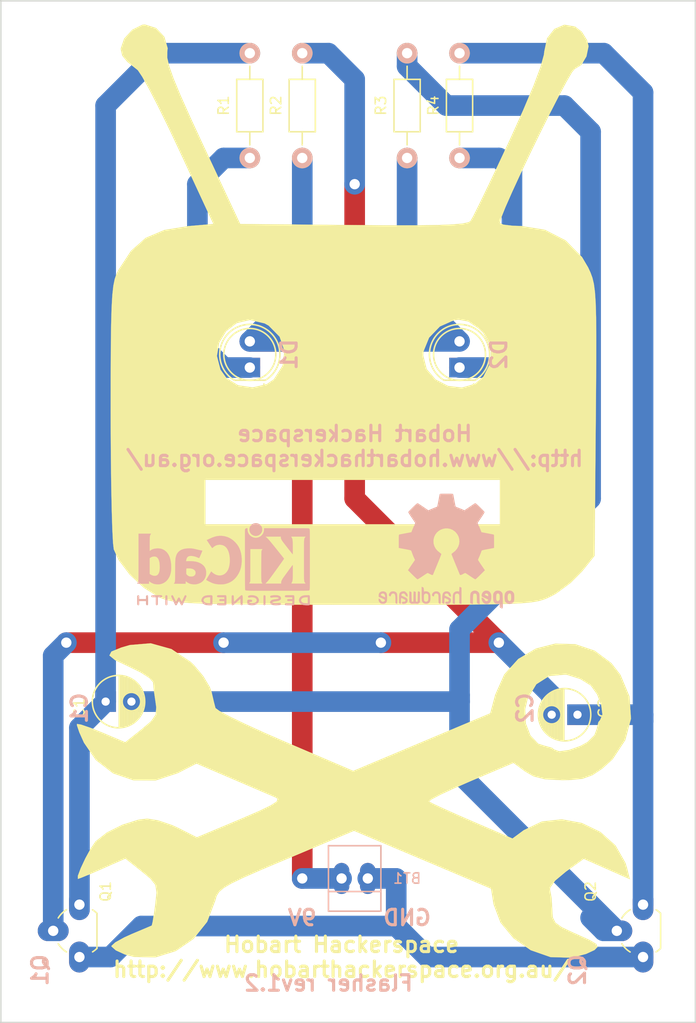
<source format=kicad_pcb>
(kicad_pcb (version 20171130) (host pcbnew "(5.1.12)-1")

  (general
    (thickness 1.6)
    (drawings 17)
    (tracks 69)
    (zones 0)
    (modules 14)
    (nets 9)
  )

  (page A4)
  (layers
    (0 F.Cu signal)
    (31 B.Cu signal)
    (32 B.Adhes user hide)
    (33 F.Adhes user hide)
    (34 B.Paste user hide)
    (35 F.Paste user hide)
    (36 B.SilkS user hide)
    (37 F.SilkS user hide)
    (38 B.Mask user hide)
    (39 F.Mask user hide)
    (40 Dwgs.User user hide)
    (41 Cmts.User user hide)
    (42 Eco1.User user hide)
    (43 Eco2.User user hide)
    (44 Edge.Cuts user)
    (45 Margin user hide)
    (46 B.CrtYd user hide)
    (47 F.CrtYd user hide)
    (48 B.Fab user hide)
    (49 F.Fab user hide)
  )

  (setup
    (last_trace_width 2)
    (trace_clearance 0.2)
    (zone_clearance 0.508)
    (zone_45_only no)
    (trace_min 0.2)
    (via_size 2)
    (via_drill 1)
    (via_min_size 0.4)
    (via_min_drill 0.3)
    (uvia_size 0.3)
    (uvia_drill 0.1)
    (uvias_allowed no)
    (uvia_min_size 0.2)
    (uvia_min_drill 0.1)
    (edge_width 0.15)
    (segment_width 0.2)
    (pcb_text_width 0.3)
    (pcb_text_size 1.5 1.5)
    (mod_edge_width 0.15)
    (mod_text_size 1 1)
    (mod_text_width 0.15)
    (pad_size 1.524 1.524)
    (pad_drill 0.762)
    (pad_to_mask_clearance 0.2)
    (aux_axis_origin 95.25 156.21)
    (visible_elements 7FFFFFFF)
    (pcbplotparams
      (layerselection 0x010f0_80000001)
      (usegerberextensions false)
      (usegerberattributes true)
      (usegerberadvancedattributes true)
      (creategerberjobfile true)
      (excludeedgelayer true)
      (linewidth 0.200000)
      (plotframeref false)
      (viasonmask false)
      (mode 1)
      (useauxorigin true)
      (hpglpennumber 1)
      (hpglpenspeed 20)
      (hpglpendiameter 15.000000)
      (psnegative false)
      (psa4output false)
      (plotreference true)
      (plotvalue true)
      (plotinvisibletext false)
      (padsonsilk false)
      (subtractmaskfromsilk false)
      (outputformat 1)
      (mirror false)
      (drillshape 0)
      (scaleselection 1)
      (outputdirectory "gerbers/"))
  )

  (net 0 "")
  (net 1 "Net-(C1-Pad1)")
  (net 2 "Net-(C1-Pad2)")
  (net 3 "Net-(C2-Pad1)")
  (net 4 "Net-(C2-Pad2)")
  (net 5 "Net-(D1-Pad1)")
  (net 6 "Net-(D2-Pad1)")
  (net 7 +9V)
  (net 8 GND)

  (net_class Default "This is the default net class."
    (clearance 0.2)
    (trace_width 2)
    (via_dia 2)
    (via_drill 1)
    (uvia_dia 0.3)
    (uvia_drill 0.1)
    (add_net +9V)
    (add_net GND)
    (add_net "Net-(C1-Pad1)")
    (add_net "Net-(C1-Pad2)")
    (add_net "Net-(C2-Pad1)")
    (add_net "Net-(C2-Pad2)")
    (add_net "Net-(D1-Pad1)")
    (add_net "Net-(D2-Pad1)")
  )

  (net_class orig ""
    (clearance 0.2)
    (trace_width 0.25)
    (via_dia 0.6)
    (via_drill 0.4)
    (uvia_dia 0.3)
    (uvia_drill 0.1)
  )

  (module LEDs:LED-5MM (layer F.Cu) (tedit 5570F7EA) (tstamp 5851ED3E)
    (at 120.65 91.44 90)
    (descr "LED 5mm round vertical")
    (tags "LED 5mm round vertical")
    (path /5851CF9B)
    (fp_text reference D1 (at 1.524 4.064 90) (layer F.SilkS)
      (effects (font (size 1 1) (thickness 0.15)))
    )
    (fp_text value LED (at 1.524 -3.937 90) (layer F.Fab)
      (effects (font (size 1 1) (thickness 0.15)))
    )
    (fp_circle (center 1.27 0) (end 0.97 -2.5) (layer F.SilkS) (width 0.15))
    (fp_line (start -1.23 1.5) (end -1.23 -1.5) (layer F.SilkS) (width 0.15))
    (fp_line (start -1.5 -1.55) (end -1.5 1.55) (layer F.CrtYd) (width 0.05))
    (fp_text user K (at -1.905 1.905 90) (layer F.SilkS)
      (effects (font (size 1 1) (thickness 0.15)))
    )
    (fp_arc (start 1.3 0) (end -1.5 1.55) (angle -302) (layer F.CrtYd) (width 0.05))
    (fp_arc (start 1.27 0) (end -1.23 -1.5) (angle 297.5) (layer F.SilkS) (width 0.15))
    (pad 1 thru_hole rect (at 0 0 180) (size 2 1.9) (drill 1.00076) (layers *.Cu *.Mask)
      (net 5 "Net-(D1-Pad1)"))
    (pad 2 thru_hole circle (at 2.54 0 90) (size 1.9 1.9) (drill 1.00076) (layers *.Cu *.Mask)
      (net 7 +9V))
    (model LEDs.3dshapes/LED-5MM.wrl
      (offset (xyz 1.269999980926514 0 0))
      (scale (xyz 1 1 1))
      (rotate (xyz 0 0 90))
    )
  )

  (module LEDs:LED-5MM (layer F.Cu) (tedit 5855D9C5) (tstamp 5851ED44)
    (at 140.97 91.44 90)
    (descr "LED 5mm round vertical")
    (tags "LED 5mm round vertical")
    (path /5851D045)
    (fp_text reference D2 (at 1.524 4.064 90) (layer F.SilkS)
      (effects (font (size 1 1) (thickness 0.15)))
    )
    (fp_text value LED (at 1.524 -3.937 90) (layer F.Fab)
      (effects (font (size 1 1) (thickness 0.15)))
    )
    (fp_circle (center 1.27 0) (end 0.97 -2.5) (layer F.SilkS) (width 0.15))
    (fp_line (start -1.23 1.5) (end -1.23 -1.5) (layer F.SilkS) (width 0.15))
    (fp_line (start -1.5 -1.55) (end -1.5 1.55) (layer F.CrtYd) (width 0.05))
    (fp_text user K (at -1.905 1.905 90) (layer F.SilkS)
      (effects (font (size 1 1) (thickness 0.15)))
    )
    (fp_arc (start 1.3 0) (end -1.5 1.55) (angle -302) (layer F.CrtYd) (width 0.05))
    (fp_arc (start 1.27 0) (end -1.23 -1.5) (angle 297.5) (layer F.SilkS) (width 0.15))
    (pad 1 thru_hole rect (at 0 0 180) (size 2 1.9) (drill 1.00076) (layers *.Cu *.Mask)
      (net 6 "Net-(D2-Pad1)"))
    (pad 2 thru_hole circle (at 2.54 0 90) (size 1.9 1.9) (drill 1.00076) (layers *.Cu *.Mask)
      (net 7 +9V))
    (model LEDs.3dshapes/LED-5MM.wrl
      (offset (xyz 1.269999980926514 0 0))
      (scale (xyz 1 1 1))
      (rotate (xyz 0 0 90))
    )
  )

  (module Resistors_THT:Resistor_Horizontal_RM10mm (layer F.Cu) (tedit 58549017) (tstamp 58548DD0)
    (at 120.65 71.12 90)
    (descr "Resistor, Axial,  RM 10mm, 1/3W")
    (tags "Resistor Axial RM 10mm 1/3W")
    (path /5851D07F)
    (fp_text reference R1 (at 5.08 -2.54 90) (layer F.SilkS)
      (effects (font (size 1 1) (thickness 0.15)))
    )
    (fp_text value 470 (at 5.08 0 90) (layer F.Fab)
      (effects (font (size 1 1) (thickness 0.15)))
    )
    (fp_line (start 7.62 0) (end 8.89 0) (layer F.SilkS) (width 0.15))
    (fp_line (start 2.54 0) (end 1.27 0) (layer F.SilkS) (width 0.15))
    (fp_line (start 2.54 1.27) (end 2.54 -1.27) (layer F.SilkS) (width 0.15))
    (fp_line (start 7.62 1.27) (end 2.54 1.27) (layer F.SilkS) (width 0.15))
    (fp_line (start 7.62 -1.27) (end 7.62 1.27) (layer F.SilkS) (width 0.15))
    (fp_line (start 2.54 -1.27) (end 7.62 -1.27) (layer F.SilkS) (width 0.15))
    (fp_line (start -1.25 1.5) (end 11.4 1.5) (layer F.CrtYd) (width 0.05))
    (fp_line (start 11.4 -1.5) (end 11.4 1.5) (layer F.CrtYd) (width 0.05))
    (fp_line (start -1.25 1.5) (end -1.25 -1.5) (layer F.CrtYd) (width 0.05))
    (fp_line (start -1.25 -1.5) (end 11.4 -1.5) (layer F.CrtYd) (width 0.05))
    (pad 1 thru_hole circle (at 0 0 90) (size 1.99898 1.99898) (drill 1.00076) (layers *.Cu *.SilkS *.Mask)
      (net 5 "Net-(D1-Pad1)"))
    (pad 2 thru_hole circle (at 10.16 0 90) (size 1.99898 1.99898) (drill 1.00076) (layers *.Cu *.SilkS *.Mask)
      (net 1 "Net-(C1-Pad1)"))
    (model Resistors_ThroughHole.3dshapes/Resistor_Horizontal_RM10mm.wrl
      (offset (xyz 5.079999923706055 0 0))
      (scale (xyz 0.4 0.4 0.4))
      (rotate (xyz 0 0 0))
    )
  )

  (module Resistors_THT:Resistor_Horizontal_RM10mm (layer F.Cu) (tedit 58549013) (tstamp 58548DD5)
    (at 125.73 71.12 90)
    (descr "Resistor, Axial,  RM 10mm, 1/3W")
    (tags "Resistor Axial RM 10mm 1/3W")
    (path /5851D13E)
    (fp_text reference R2 (at 5.08 -2.54 90) (layer F.SilkS)
      (effects (font (size 1 1) (thickness 0.15)))
    )
    (fp_text value 100k (at 5.08 0 90) (layer F.Fab)
      (effects (font (size 1 1) (thickness 0.15)))
    )
    (fp_line (start 7.62 0) (end 8.89 0) (layer F.SilkS) (width 0.15))
    (fp_line (start 2.54 0) (end 1.27 0) (layer F.SilkS) (width 0.15))
    (fp_line (start 2.54 1.27) (end 2.54 -1.27) (layer F.SilkS) (width 0.15))
    (fp_line (start 7.62 1.27) (end 2.54 1.27) (layer F.SilkS) (width 0.15))
    (fp_line (start 7.62 -1.27) (end 7.62 1.27) (layer F.SilkS) (width 0.15))
    (fp_line (start 2.54 -1.27) (end 7.62 -1.27) (layer F.SilkS) (width 0.15))
    (fp_line (start -1.25 1.5) (end 11.4 1.5) (layer F.CrtYd) (width 0.05))
    (fp_line (start 11.4 -1.5) (end 11.4 1.5) (layer F.CrtYd) (width 0.05))
    (fp_line (start -1.25 1.5) (end -1.25 -1.5) (layer F.CrtYd) (width 0.05))
    (fp_line (start -1.25 -1.5) (end 11.4 -1.5) (layer F.CrtYd) (width 0.05))
    (pad 1 thru_hole circle (at 0 0 90) (size 1.99898 1.99898) (drill 1.00076) (layers *.Cu *.SilkS *.Mask)
      (net 7 +9V))
    (pad 2 thru_hole circle (at 10.16 0 90) (size 1.99898 1.99898) (drill 1.00076) (layers *.Cu *.SilkS *.Mask)
      (net 4 "Net-(C2-Pad2)"))
    (model Resistors_ThroughHole.3dshapes/Resistor_Horizontal_RM10mm.wrl
      (offset (xyz 5.079999923706055 0 0))
      (scale (xyz 0.4 0.4 0.4))
      (rotate (xyz 0 0 0))
    )
  )

  (module Resistors_THT:Resistor_Horizontal_RM10mm (layer F.Cu) (tedit 5854901A) (tstamp 58548DDA)
    (at 135.89 71.12 90)
    (descr "Resistor, Axial,  RM 10mm, 1/3W")
    (tags "Resistor Axial RM 10mm 1/3W")
    (path /5851D107)
    (fp_text reference R3 (at 5.08 -2.54 90) (layer F.SilkS)
      (effects (font (size 1 1) (thickness 0.15)))
    )
    (fp_text value 100k (at 5.08 0 90) (layer F.Fab)
      (effects (font (size 1 1) (thickness 0.15)))
    )
    (fp_line (start 7.62 0) (end 8.89 0) (layer F.SilkS) (width 0.15))
    (fp_line (start 2.54 0) (end 1.27 0) (layer F.SilkS) (width 0.15))
    (fp_line (start 2.54 1.27) (end 2.54 -1.27) (layer F.SilkS) (width 0.15))
    (fp_line (start 7.62 1.27) (end 2.54 1.27) (layer F.SilkS) (width 0.15))
    (fp_line (start 7.62 -1.27) (end 7.62 1.27) (layer F.SilkS) (width 0.15))
    (fp_line (start 2.54 -1.27) (end 7.62 -1.27) (layer F.SilkS) (width 0.15))
    (fp_line (start -1.25 1.5) (end 11.4 1.5) (layer F.CrtYd) (width 0.05))
    (fp_line (start 11.4 -1.5) (end 11.4 1.5) (layer F.CrtYd) (width 0.05))
    (fp_line (start -1.25 1.5) (end -1.25 -1.5) (layer F.CrtYd) (width 0.05))
    (fp_line (start -1.25 -1.5) (end 11.4 -1.5) (layer F.CrtYd) (width 0.05))
    (pad 1 thru_hole circle (at 0 0 90) (size 1.99898 1.99898) (drill 1.00076) (layers *.Cu *.SilkS *.Mask)
      (net 7 +9V))
    (pad 2 thru_hole circle (at 10.16 0 90) (size 1.99898 1.99898) (drill 1.00076) (layers *.Cu *.SilkS *.Mask)
      (net 2 "Net-(C1-Pad2)"))
    (model Resistors_ThroughHole.3dshapes/Resistor_Horizontal_RM10mm.wrl
      (offset (xyz 5.079999923706055 0 0))
      (scale (xyz 0.4 0.4 0.4))
      (rotate (xyz 0 0 0))
    )
  )

  (module Resistors_THT:Resistor_Horizontal_RM10mm (layer F.Cu) (tedit 5854901C) (tstamp 5)
    (at 140.97 71.12 90)
    (descr "Resistor, Axial,  RM 10mm, 1/3W")
    (tags "Resistor Axial RM 10mm 1/3W")
    (path /5851D0B1)
    (fp_text reference R4 (at 5.08 -2.54 90) (layer F.SilkS)
      (effects (font (size 1 1) (thickness 0.15)))
    )
    (fp_text value 470 (at 5.08 0 90) (layer F.Fab)
      (effects (font (size 1 1) (thickness 0.15)))
    )
    (fp_line (start 7.62 0) (end 8.89 0) (layer F.SilkS) (width 0.15))
    (fp_line (start 2.54 0) (end 1.27 0) (layer F.SilkS) (width 0.15))
    (fp_line (start 2.54 1.27) (end 2.54 -1.27) (layer F.SilkS) (width 0.15))
    (fp_line (start 7.62 1.27) (end 2.54 1.27) (layer F.SilkS) (width 0.15))
    (fp_line (start 7.62 -1.27) (end 7.62 1.27) (layer F.SilkS) (width 0.15))
    (fp_line (start 2.54 -1.27) (end 7.62 -1.27) (layer F.SilkS) (width 0.15))
    (fp_line (start -1.25 1.5) (end 11.4 1.5) (layer F.CrtYd) (width 0.05))
    (fp_line (start 11.4 -1.5) (end 11.4 1.5) (layer F.CrtYd) (width 0.05))
    (fp_line (start -1.25 1.5) (end -1.25 -1.5) (layer F.CrtYd) (width 0.05))
    (fp_line (start -1.25 -1.5) (end 11.4 -1.5) (layer F.CrtYd) (width 0.05))
    (pad 1 thru_hole circle (at 0 0 90) (size 1.99898 1.99898) (drill 1.00076) (layers *.Cu *.SilkS *.Mask)
      (net 6 "Net-(D2-Pad1)"))
    (pad 2 thru_hole circle (at 10.16 0 90) (size 1.99898 1.99898) (drill 1.00076) (layers *.Cu *.SilkS *.Mask)
      (net 3 "Net-(C2-Pad1)"))
    (model Resistors_ThroughHole.3dshapes/Resistor_Horizontal_RM10mm.wrl
      (offset (xyz 5.079999923706055 0 0))
      (scale (xyz 0.4 0.4 0.4))
      (rotate (xyz 0 0 0))
    )
  )

  (module HHS_logo_Large:hhs-large-f-silk (layer F.Cu) (tedit 5855DA36) (tstamp 58554D15)
    (at 130.81 103.505)
    (fp_text reference G*** (at 0 3.175) (layer F.SilkS) hide
      (effects (font (size 1.524 1.524) (thickness 0.3)))
    )
    (fp_text value LOGO (at 0.75 0) (layer F.SilkS) hide
      (effects (font (size 1.524 1.524) (thickness 0.3)))
    )
    (fp_poly (pts (xy -19.24091 -44.985014) (xy -18.43556 -44.129377) (xy -18.118276 -43.027839) (xy -18.158201 -42.65107)
      (xy -18.162019 -42.114541) (xy -17.9678 -41.288349) (xy -17.543425 -40.089211) (xy -16.856771 -38.433841)
      (xy -15.875719 -36.238954) (xy -14.739378 -33.786527) (xy -11.086823 -25.986154) (xy -0.125466 -25.882466)
      (xy 3.271998 -25.858319) (xy 5.959565 -25.858955) (xy 8.008554 -25.886832) (xy 9.490287 -25.944406)
      (xy 10.476085 -26.034133) (xy 11.037269 -26.15847) (xy 11.220367 -26.273235) (xy 11.495517 -26.765448)
      (xy 12.041163 -27.853346) (xy 12.801864 -29.422287) (xy 13.72218 -31.357628) (xy 14.74667 -33.544726)
      (xy 14.985498 -34.058998) (xy 16.317074 -37.004057) (xy 17.330423 -39.404747) (xy 18.009177 -41.219265)
      (xy 18.33697 -42.405809) (xy 18.366154 -42.693049) (xy 18.642743 -43.994489) (xy 19.352791 -44.89698)
      (xy 20.316715 -45.306024) (xy 21.354931 -45.127124) (xy 22.017897 -44.614616) (xy 22.527894 -43.788477)
      (xy 22.664615 -43.221234) (xy 22.45934 -42.227946) (xy 21.96484 -41.398007) (xy 21.363104 -41.031552)
      (xy 21.33642 -41.03077) (xy 21.063005 -40.696233) (xy 20.527238 -39.776961) (xy 19.79071 -38.399459)
      (xy 18.915009 -36.690233) (xy 17.961725 -34.775788) (xy 16.992448 -32.78263) (xy 16.068769 -30.837265)
      (xy 15.252275 -29.066199) (xy 14.604558 -27.595936) (xy 14.187206 -26.552984) (xy 14.059466 -26.083847)
      (xy 14.417083 -25.920739) (xy 15.32766 -25.814336) (xy 16.140418 -25.79077) (xy 18.435238 -25.426123)
      (xy 20.447071 -24.391042) (xy 22.03346 -22.773817) (xy 22.623422 -21.772785) (xy 22.854248 -21.272592)
      (xy 23.038251 -20.769276) (xy 23.179855 -20.174042) (xy 23.283483 -19.398098) (xy 23.353558 -18.35265)
      (xy 23.394504 -16.948905) (xy 23.410744 -15.098068) (xy 23.406701 -12.711347) (xy 23.386799 -9.699947)
      (xy 23.363582 -6.914912) (xy 23.250769 6.180953) (xy 22.05581 7.682015) (xy 20.921063 8.821075)
      (xy 19.546635 9.832784) (xy 19.139933 10.062307) (xy 18.716728 10.271389) (xy 18.29113 10.444344)
      (xy 17.788773 10.584559) (xy 17.135288 10.695419) (xy 16.256308 10.78031) (xy 15.077464 10.842616)
      (xy 13.52439 10.885724) (xy 11.522718 10.91302) (xy 8.998079 10.927887) (xy 5.876106 10.933713)
      (xy 2.082431 10.933883) (xy 0.014892 10.932956) (xy -4.16131 10.928873) (xy -7.629658 10.919252)
      (xy -10.46383 10.901296) (xy -12.737506 10.872207) (xy -14.524366 10.829189) (xy -15.898087 10.769444)
      (xy -16.932349 10.690174) (xy -17.700832 10.588584) (xy -18.277215 10.461876) (xy -18.735176 10.307252)
      (xy -18.95566 10.21276) (xy -20.422205 9.296099) (xy -21.804545 8.009289) (xy -22.873841 6.594952)
      (xy -23.342816 5.561295) (xy -23.416601 4.915185) (xy -23.48376 3.591845) (xy -23.541963 1.69557)
      (xy -23.588882 -0.669343) (xy -23.595019 -1.172308) (xy -14.458462 -1.172308) (xy -14.458462 3.126153)
      (xy 14.067692 3.126153) (xy 14.067692 -1.172308) (xy -14.458462 -1.172308) (xy -23.595019 -1.172308)
      (xy -23.622186 -3.398599) (xy -23.639547 -6.387901) (xy -23.641539 -7.815385) (xy -23.638378 -11.275747)
      (xy -23.629618 -13.189242) (xy -13.345754 -13.189242) (xy -13.00444 -11.865121) (xy -12.436499 -11.064417)
      (xy -11.297097 -10.352695) (xy -9.892901 -10.142992) (xy -8.540164 -10.444416) (xy -7.825325 -10.931599)
      (xy -6.984378 -12.249403) (xy -6.865333 -13.246601) (xy 6.643077 -13.246601) (xy 6.977818 -11.918842)
      (xy 7.848074 -10.908592) (xy 9.052896 -10.286713) (xy 10.391334 -10.124067) (xy 11.662438 -10.491516)
      (xy 12.476253 -11.189622) (xy 13.211297 -12.649736) (xy 13.19546 -14.110919) (xy 12.440733 -15.444932)
      (xy 12.042719 -15.826038) (xy 11.01139 -16.528568) (xy 10.074501 -16.703387) (xy 9.600412 -16.642732)
      (xy 8.259415 -16.047132) (xy 7.213734 -14.965213) (xy 6.674549 -13.639488) (xy 6.643077 -13.246601)
      (xy -6.865333 -13.246601) (xy -6.812142 -13.692161) (xy -7.274345 -15.05407) (xy -8.336717 -16.129325)
      (xy -8.726986 -16.346188) (xy -10.143071 -16.676455) (xy -11.418305 -16.375944) (xy -12.447372 -15.594604)
      (xy -13.12496 -14.482386) (xy -13.345754 -13.189242) (xy -23.629618 -13.189242) (xy -23.625704 -14.044134)
      (xy -23.598732 -16.210093) (xy -23.552675 -17.863174) (xy -23.482748 -19.092924) (xy -23.384164 -19.988892)
      (xy -23.252137 -20.640627) (xy -23.081883 -21.137677) (xy -22.91057 -21.492308) (xy -21.680901 -23.372695)
      (xy -20.251044 -24.639968) (xy -18.44317 -25.406564) (xy -16.127694 -25.780903) (xy -13.693849 -25.986154)
      (xy -17.049308 -33.215385) (xy -18.099675 -35.435282) (xy -19.079786 -37.426696) (xy -19.929806 -39.074289)
      (xy -20.589899 -40.262723) (xy -21.00023 -40.876661) (xy -21.04623 -40.91975) (xy -22.035298 -41.709473)
      (xy -22.520141 -42.298767) (xy -22.662734 -42.895834) (xy -22.664616 -43.000023) (xy -22.334525 -43.961249)
      (xy -21.538609 -44.825754) (xy -20.568402 -45.303922) (xy -20.32 -45.329231) (xy -19.24091 -44.985014)) (layer F.SilkS) (width 0.01))
    (fp_poly (pts (xy -17.755575 15.223289) (xy -15.891379 16.466673) (xy -15.572588 16.769312) (xy -14.673459 17.838331)
      (xy -14.027315 18.916303) (xy -13.865014 19.369452) (xy -13.640394 20.338112) (xy -13.483119 20.946635)
      (xy -13.0988 21.230581) (xy -12.108554 21.758231) (xy -10.628226 22.473534) (xy -8.773656 23.32044)
      (xy -6.744997 24.206846) (xy -0.135404 27.035806) (xy 6.500077 24.242561) (xy 13.135557 21.449315)
      (xy 13.244197 21.043122) (xy 16.526891 21.043122) (xy 16.581841 22.41847) (xy 17.042049 23.612279)
      (xy 17.78996 24.405699) (xy 18.440784 24.606181) (xy 19.130582 24.795481) (xy 19.313409 24.961227)
      (xy 19.831487 25.139806) (xy 20.768399 25.006258) (xy 21.855847 24.62082) (xy 22.566923 24.230774)
      (xy 23.227907 23.565858) (xy 23.446154 22.984448) (xy 23.614067 22.299877) (xy 23.77177 22.118728)
      (xy 24.005111 21.569392) (xy 23.884772 20.644711) (xy 23.486196 19.622526) (xy 22.884827 18.780681)
      (xy 22.85856 18.75557) (xy 21.86352 18.138838) (xy 20.602609 17.733838) (xy 20.424496 17.705379)
      (xy 18.857732 17.840266) (xy 17.606016 18.63713) (xy 16.775883 20.004741) (xy 16.526891 21.043122)
      (xy 13.244197 21.043122) (xy 13.613845 19.661053) (xy 14.492048 17.684196) (xy 15.851319 16.182084)
      (xy 17.549202 15.177496) (xy 19.443242 14.693206) (xy 21.390986 14.751992) (xy 23.24998 15.37663)
      (xy 24.877767 16.589897) (xy 25.753717 17.720049) (xy 26.627589 19.815739) (xy 26.775333 21.974405)
      (xy 26.224509 24.05225) (xy 25.002679 25.905479) (xy 24.011471 26.810078) (xy 23.026621 27.466758)
      (xy 22.069381 27.808613) (xy 20.808634 27.931051) (xy 20.09008 27.94) (xy 18.466945 27.859469)
      (xy 17.332566 27.574141) (xy 16.519836 27.104365) (xy 15.38958 26.26873) (xy 11.207645 28.044656)
      (xy 9.587761 28.753481) (xy 8.292436 29.360466) (xy 7.455726 29.799916) (xy 7.209208 30.004079)
      (xy 7.622159 30.224202) (xy 8.599975 30.679525) (xy 9.988223 31.299609) (xy 11.342392 31.889312)
      (xy 15.292078 33.591047) (xy 16.378362 32.787923) (xy 18.129842 31.940947) (xy 20.065835 31.727797)
      (xy 22.015845 32.086045) (xy 23.809375 32.953263) (xy 25.27593 34.267022) (xy 26.245013 35.964894)
      (xy 26.392759 36.454761) (xy 26.664829 37.544908) (xy 24.429881 36.556508) (xy 22.194934 35.568108)
      (xy 20.463081 36.811831) (xy 19.423661 37.681648) (xy 18.943639 38.367713) (xy 18.93946 38.598198)
      (xy 19.083243 39.347777) (xy 19.147463 40.42378) (xy 19.147692 40.487746) (xy 19.196271 41.230057)
      (xy 19.450282 41.743972) (xy 20.072136 42.191487) (xy 21.224245 42.734599) (xy 21.536823 42.870785)
      (xy 22.78682 43.437822) (xy 23.41564 43.818735) (xy 23.530677 44.110226) (xy 23.242521 44.40666)
      (xy 22.42367 44.784465) (xy 21.247522 45.096374) (xy 20.939802 45.149226) (xy 18.970459 45.09265)
      (xy 17.059912 44.423596) (xy 15.385605 43.265653) (xy 14.124982 41.74241) (xy 13.45549 39.977457)
      (xy 13.447832 39.931123) (xy 13.212765 38.461096) (xy 6.574039 35.65562) (xy -0.064686 32.850144)
      (xy -6.655121 35.621708) (xy -8.990909 36.61029) (xy -10.705195 37.361054) (xy -11.899406 37.933131)
      (xy -12.674967 38.385655) (xy -13.133303 38.777757) (xy -13.375841 39.16857) (xy -13.503394 39.614328)
      (xy -14.289638 41.669112) (xy -15.61334 43.328687) (xy -17.330714 44.507444) (xy -19.297975 45.119773)
      (xy -21.371338 45.080065) (xy -22.273846 44.836216) (xy -23.142246 44.438501) (xy -23.562127 44.066107)
      (xy -23.569426 44.000138) (xy -23.196902 43.661356) (xy -22.320782 43.175768) (xy -21.61558 42.855597)
      (xy -20.545182 42.404094) (xy -19.830296 42.10108) (xy -19.661633 42.028373) (xy -19.574182 41.657876)
      (xy -19.428868 40.747112) (xy -19.326941 40.014864) (xy -19.202201 38.829854) (xy -19.317506 38.091784)
      (xy -19.803875 37.478465) (xy -20.638558 36.7895) (xy -22.212654 35.542793) (xy -24.441105 36.528319)
      (xy -25.626 37.042399) (xy -26.490776 37.39896) (xy -26.82156 37.513846) (xy -26.823812 37.214177)
      (xy -26.545432 36.47025) (xy -26.09648 35.514684) (xy -25.587017 34.580098) (xy -25.127103 33.899111)
      (xy -25.09202 33.858343) (xy -24.003126 33.002109) (xy -22.496872 32.250127) (xy -20.9355 31.761635)
      (xy -20.09315 31.660889) (xy -19.026041 31.834568) (xy -17.699909 32.284405) (xy -17.089655 32.563442)
      (xy -15.289933 33.474578) (xy -11.090649 31.711941) (xy -9.28722 30.934506) (xy -8.136561 30.380262)
      (xy -7.558631 30.000748) (xy -7.473391 29.747507) (xy -7.646452 29.626727) (xy -8.325663 29.335922)
      (xy -9.519926 28.824004) (xy -11.026095 28.178063) (xy -11.864777 27.818272) (xy -15.328015 26.332393)
      (xy -17.140161 27.263349) (xy -19.284573 27.970034) (xy -21.418615 27.961884) (xy -23.398525 27.285677)
      (xy -25.080537 25.988193) (xy -26.232069 24.304988) (xy -26.68362 23.298004) (xy -26.910856 22.62444)
      (xy -26.910117 22.482899) (xy -26.506232 22.549277) (xy -25.59364 22.861826) (xy -24.498291 23.299867)
      (xy -22.22889 24.257758) (xy -20.647707 23.005438) (xy -19.715599 22.208743) (xy -19.28805 21.587122)
      (xy -19.22749 20.870149) (xy -19.298192 20.352712) (xy -19.45523 19.279357) (xy -19.53264 18.508075)
      (xy -19.534161 18.452675) (xy -19.869011 18.053784) (xy -20.740824 17.496378) (xy -21.905471 16.9265)
      (xy -23.209632 16.30781) (xy -23.766649 15.849557) (xy -23.571699 15.467722) (xy -22.61996 15.078284)
      (xy -21.785385 14.834066) (xy -19.766205 14.66477) (xy -17.755575 15.223289)) (layer F.SilkS) (width 0.01))
  )

  (module Symbols:OSHW-Logo2_14.6x12mm_SilkScreen (layer B.Cu) (tedit 0) (tstamp 5855DE80)
    (at 139.7 109.22 180)
    (descr "Open Source Hardware Symbol")
    (tags "Logo Symbol OSHW")
    (attr virtual)
    (fp_text reference REF***_2 (at 0 0 180) (layer B.SilkS) hide
      (effects (font (size 1 1) (thickness 0.15)) (justify mirror))
    )
    (fp_text value OSHW-Logo2_14.6x12mm_SilkScreen (at 0.75 0 180) (layer B.Fab) hide
      (effects (font (size 1 1) (thickness 0.15)) (justify mirror))
    )
    (fp_poly (pts (xy 0.209014 5.547002) (xy 0.367006 5.546137) (xy 0.481347 5.543795) (xy 0.559407 5.539238)
      (xy 0.608554 5.53173) (xy 0.636159 5.520534) (xy 0.649592 5.504912) (xy 0.656221 5.484127)
      (xy 0.656865 5.481437) (xy 0.666935 5.432887) (xy 0.685575 5.337095) (xy 0.710845 5.204257)
      (xy 0.740807 5.044569) (xy 0.773522 4.868226) (xy 0.774664 4.862033) (xy 0.807433 4.689218)
      (xy 0.838093 4.536531) (xy 0.864664 4.413129) (xy 0.885167 4.328169) (xy 0.897626 4.29081)
      (xy 0.89822 4.290148) (xy 0.934919 4.271905) (xy 1.010586 4.241503) (xy 1.108878 4.205507)
      (xy 1.109425 4.205315) (xy 1.233233 4.158778) (xy 1.379196 4.099496) (xy 1.516781 4.039891)
      (xy 1.523293 4.036944) (xy 1.74739 3.935235) (xy 2.243619 4.274103) (xy 2.395846 4.377408)
      (xy 2.533741 4.469763) (xy 2.649315 4.545916) (xy 2.734579 4.600615) (xy 2.781544 4.628607)
      (xy 2.786004 4.630683) (xy 2.820134 4.62144) (xy 2.883881 4.576844) (xy 2.979731 4.494791)
      (xy 3.110169 4.373179) (xy 3.243328 4.243795) (xy 3.371694 4.116298) (xy 3.486581 3.999954)
      (xy 3.581073 3.901948) (xy 3.648253 3.829464) (xy 3.681206 3.789687) (xy 3.682432 3.787639)
      (xy 3.686074 3.760344) (xy 3.67235 3.715766) (xy 3.637869 3.647888) (xy 3.579239 3.550689)
      (xy 3.49307 3.418149) (xy 3.3782 3.247524) (xy 3.276254 3.097345) (xy 3.185123 2.96265)
      (xy 3.110073 2.85126) (xy 3.056369 2.770995) (xy 3.02928 2.729675) (xy 3.027574 2.72687)
      (xy 3.030882 2.687279) (xy 3.055953 2.610331) (xy 3.097798 2.510568) (xy 3.112712 2.478709)
      (xy 3.177786 2.336774) (xy 3.247212 2.175727) (xy 3.303609 2.036379) (xy 3.344247 1.932956)
      (xy 3.376526 1.854358) (xy 3.395178 1.81328) (xy 3.397497 1.810115) (xy 3.431803 1.804872)
      (xy 3.512669 1.790506) (xy 3.629343 1.769063) (xy 3.771075 1.742587) (xy 3.92711 1.713123)
      (xy 4.086698 1.682717) (xy 4.239085 1.653412) (xy 4.373521 1.627255) (xy 4.479252 1.60629)
      (xy 4.545526 1.592561) (xy 4.561782 1.58868) (xy 4.578573 1.5791) (xy 4.591249 1.557464)
      (xy 4.600378 1.516469) (xy 4.606531 1.448811) (xy 4.61028 1.347188) (xy 4.612192 1.204297)
      (xy 4.61284 1.012835) (xy 4.612874 0.934355) (xy 4.612874 0.296094) (xy 4.459598 0.26584)
      (xy 4.374322 0.249436) (xy 4.24707 0.225491) (xy 4.093315 0.196893) (xy 3.928534 0.166533)
      (xy 3.882989 0.158194) (xy 3.730932 0.12863) (xy 3.598468 0.099558) (xy 3.496714 0.073671)
      (xy 3.436788 0.053663) (xy 3.426805 0.047699) (xy 3.402293 0.005466) (xy 3.367148 -0.07637)
      (xy 3.328173 -0.181683) (xy 3.320442 -0.204368) (xy 3.26936 -0.345018) (xy 3.205954 -0.503714)
      (xy 3.143904 -0.646225) (xy 3.143598 -0.646886) (xy 3.040267 -0.87044) (xy 3.719961 -1.870232)
      (xy 3.283621 -2.3073) (xy 3.151649 -2.437381) (xy 3.031279 -2.552048) (xy 2.929273 -2.645181)
      (xy 2.852391 -2.710658) (xy 2.807393 -2.742357) (xy 2.800938 -2.744368) (xy 2.76304 -2.728529)
      (xy 2.685708 -2.684496) (xy 2.577389 -2.61749) (xy 2.446532 -2.532734) (xy 2.305052 -2.437816)
      (xy 2.161461 -2.340998) (xy 2.033435 -2.256751) (xy 1.929105 -2.190258) (xy 1.8566 -2.146702)
      (xy 1.824158 -2.131264) (xy 1.784576 -2.144328) (xy 1.709519 -2.17875) (xy 1.614468 -2.22738)
      (xy 1.604392 -2.232785) (xy 1.476391 -2.29698) (xy 1.388618 -2.328463) (xy 1.334028 -2.328798)
      (xy 1.305575 -2.299548) (xy 1.30541 -2.299138) (xy 1.291188 -2.264498) (xy 1.257269 -2.182269)
      (xy 1.206284 -2.058814) (xy 1.140862 -1.900498) (xy 1.063634 -1.713686) (xy 0.977229 -1.504742)
      (xy 0.893551 -1.302446) (xy 0.801588 -1.0792) (xy 0.71715 -0.872392) (xy 0.642769 -0.688362)
      (xy 0.580974 -0.533451) (xy 0.534297 -0.413996) (xy 0.505268 -0.336339) (xy 0.496322 -0.307356)
      (xy 0.518756 -0.27411) (xy 0.577439 -0.221123) (xy 0.655689 -0.162704) (xy 0.878534 0.022048)
      (xy 1.052718 0.233818) (xy 1.176154 0.468144) (xy 1.246754 0.720566) (xy 1.262431 0.986623)
      (xy 1.251036 1.109425) (xy 1.18895 1.364207) (xy 1.082023 1.589199) (xy 0.936889 1.782183)
      (xy 0.760178 1.940939) (xy 0.558522 2.06325) (xy 0.338554 2.146895) (xy 0.106906 2.189656)
      (xy -0.129791 2.189313) (xy -0.364905 2.143648) (xy -0.591804 2.050441) (xy -0.803856 1.907473)
      (xy -0.892364 1.826617) (xy -1.062111 1.618993) (xy -1.180301 1.392105) (xy -1.247722 1.152567)
      (xy -1.26516 0.906993) (xy -1.233402 0.661997) (xy -1.153235 0.424192) (xy -1.025445 0.200193)
      (xy -0.85082 -0.003387) (xy -0.655688 -0.162704) (xy -0.574409 -0.223602) (xy -0.516991 -0.276015)
      (xy -0.496322 -0.307406) (xy -0.507144 -0.341639) (xy -0.537923 -0.423419) (xy -0.586126 -0.546407)
      (xy -0.649222 -0.704263) (xy -0.724678 -0.890649) (xy -0.809962 -1.099226) (xy -0.893781 -1.302496)
      (xy -0.986255 -1.525933) (xy -1.071911 -1.732984) (xy -1.148118 -1.917286) (xy -1.212247 -2.072475)
      (xy -1.261668 -2.192188) (xy -1.293752 -2.270061) (xy -1.305641 -2.299138) (xy -1.333726 -2.328677)
      (xy -1.388051 -2.328591) (xy -1.475605 -2.297326) (xy -1.603381 -2.233329) (xy -1.604392 -2.232785)
      (xy -1.700598 -2.183121) (xy -1.778369 -2.146945) (xy -1.822223 -2.131408) (xy -1.824158 -2.131264)
      (xy -1.857171 -2.147024) (xy -1.930054 -2.19085) (xy -2.034678 -2.257557) (xy -2.16291 -2.341964)
      (xy -2.305052 -2.437816) (xy -2.449767 -2.534867) (xy -2.580196 -2.61927) (xy -2.68789 -2.685801)
      (xy -2.764402 -2.729238) (xy -2.800938 -2.744368) (xy -2.834582 -2.724482) (xy -2.902224 -2.668903)
      (xy -2.997107 -2.583754) (xy -3.11247 -2.475153) (xy -3.241555 -2.349221) (xy -3.283771 -2.307149)
      (xy -3.720261 -1.869931) (xy -3.388023 -1.38234) (xy -3.287054 -1.232605) (xy -3.198438 -1.09822)
      (xy -3.127146 -0.986969) (xy -3.07815 -0.906639) (xy -3.056422 -0.865014) (xy -3.055785 -0.862053)
      (xy -3.06724 -0.822818) (xy -3.098051 -0.743895) (xy -3.142884 -0.638509) (xy -3.174353 -0.567954)
      (xy -3.233192 -0.432876) (xy -3.288604 -0.296409) (xy -3.331564 -0.181103) (xy -3.343234 -0.145977)
      (xy -3.376389 -0.052174) (xy -3.408799 0.020306) (xy -3.426601 0.047699) (xy -3.465886 0.064464)
      (xy -3.551626 0.08823) (xy -3.672697 0.116303) (xy -3.817973 0.145991) (xy -3.882988 0.158194)
      (xy -4.048087 0.188532) (xy -4.206448 0.217907) (xy -4.342596 0.243431) (xy -4.441057 0.262215)
      (xy -4.459598 0.26584) (xy -4.612873 0.296094) (xy -4.612873 0.934355) (xy -4.612529 1.14423)
      (xy -4.611116 1.30302) (xy -4.608064 1.418027) (xy -4.602803 1.496554) (xy -4.594763 1.545904)
      (xy -4.583373 1.573381) (xy -4.568063 1.586287) (xy -4.561782 1.58868) (xy -4.523896 1.597167)
      (xy -4.440195 1.6141) (xy -4.321433 1.637434) (xy -4.178361 1.665125) (xy -4.021732 1.695127)
      (xy -3.862297 1.725396) (xy -3.710809 1.753885) (xy -3.578019 1.778551) (xy -3.474681 1.797349)
      (xy -3.411545 1.808233) (xy -3.397497 1.810115) (xy -3.38477 1.835296) (xy -3.3566 1.902378)
      (xy -3.318252 1.998667) (xy -3.303609 2.036379) (xy -3.244548 2.182079) (xy -3.175 2.343049)
      (xy -3.112712 2.478709) (xy -3.066879 2.582439) (xy -3.036387 2.667674) (xy -3.026208 2.719874)
      (xy -3.027831 2.72687) (xy -3.049343 2.759898) (xy -3.098465 2.833357) (xy -3.169923 2.939423)
      (xy -3.258445 3.070274) (xy -3.358759 3.218088) (xy -3.378594 3.247266) (xy -3.494988 3.420137)
      (xy -3.580548 3.551774) (xy -3.638684 3.648239) (xy -3.672808 3.715592) (xy -3.686331 3.759894)
      (xy -3.682664 3.787206) (xy -3.68257 3.78738) (xy -3.653707 3.823254) (xy -3.589867 3.892609)
      (xy -3.497969 3.988255) (xy -3.384933 4.103001) (xy -3.257679 4.229659) (xy -3.243328 4.243795)
      (xy -3.082957 4.399097) (xy -2.959195 4.51313) (xy -2.869555 4.587998) (xy -2.811552 4.625804)
      (xy -2.786004 4.630683) (xy -2.748718 4.609397) (xy -2.671343 4.560227) (xy -2.561867 4.488425)
      (xy -2.42828 4.399245) (xy -2.27857 4.297937) (xy -2.243618 4.274103) (xy -1.74739 3.935235)
      (xy -1.523293 4.036944) (xy -1.387011 4.096217) (xy -1.240724 4.15583) (xy -1.114965 4.20336)
      (xy -1.109425 4.205315) (xy -1.011057 4.241323) (xy -0.935229 4.271771) (xy -0.898282 4.290095)
      (xy -0.89822 4.290148) (xy -0.886496 4.323271) (xy -0.866568 4.404733) (xy -0.840413 4.525375)
      (xy -0.81001 4.676041) (xy -0.777337 4.847572) (xy -0.774664 4.862033) (xy -0.74189 5.038765)
      (xy -0.711802 5.19919) (xy -0.686339 5.333112) (xy -0.667441 5.430337) (xy -0.657047 5.480668)
      (xy -0.656865 5.481437) (xy -0.650539 5.502847) (xy -0.638239 5.519012) (xy -0.612594 5.530669)
      (xy -0.566235 5.538555) (xy -0.491792 5.543407) (xy -0.381895 5.545961) (xy -0.229175 5.546955)
      (xy -0.026262 5.547126) (xy 0 5.547126) (xy 0.209014 5.547002)) (layer B.SilkS) (width 0.01))
    (fp_poly (pts (xy 6.343439 -3.95654) (xy 6.45895 -4.032034) (xy 6.514664 -4.099617) (xy 6.558804 -4.222255)
      (xy 6.562309 -4.319298) (xy 6.554368 -4.449056) (xy 6.255115 -4.580039) (xy 6.109611 -4.646958)
      (xy 6.014537 -4.70079) (xy 5.965101 -4.747416) (xy 5.956511 -4.79272) (xy 5.983972 -4.842582)
      (xy 6.014253 -4.875632) (xy 6.102363 -4.928633) (xy 6.198196 -4.932347) (xy 6.286212 -4.891041)
      (xy 6.350869 -4.808983) (xy 6.362433 -4.780008) (xy 6.417825 -4.689509) (xy 6.481553 -4.65094)
      (xy 6.568966 -4.617946) (xy 6.568966 -4.743034) (xy 6.561238 -4.828156) (xy 6.530966 -4.899938)
      (xy 6.467518 -4.982356) (xy 6.458088 -4.993066) (xy 6.387513 -5.066391) (xy 6.326847 -5.105742)
      (xy 6.25095 -5.123845) (xy 6.18803 -5.129774) (xy 6.075487 -5.131251) (xy 5.99537 -5.112535)
      (xy 5.94539 -5.084747) (xy 5.866838 -5.023641) (xy 5.812463 -4.957554) (xy 5.778052 -4.874441)
      (xy 5.759388 -4.762254) (xy 5.752256 -4.608946) (xy 5.751687 -4.531136) (xy 5.753622 -4.437853)
      (xy 5.929899 -4.437853) (xy 5.931944 -4.487896) (xy 5.937039 -4.496092) (xy 5.970666 -4.484958)
      (xy 6.04303 -4.455493) (xy 6.139747 -4.413601) (xy 6.159973 -4.404597) (xy 6.282203 -4.342442)
      (xy 6.349547 -4.287815) (xy 6.364348 -4.236649) (xy 6.328947 -4.184876) (xy 6.299711 -4.162)
      (xy 6.194216 -4.11625) (xy 6.095476 -4.123808) (xy 6.012812 -4.179651) (xy 5.955548 -4.278753)
      (xy 5.937188 -4.357414) (xy 5.929899 -4.437853) (xy 5.753622 -4.437853) (xy 5.755459 -4.349351)
      (xy 5.769359 -4.214853) (xy 5.796894 -4.116916) (xy 5.841572 -4.044811) (xy 5.906901 -3.987813)
      (xy 5.935383 -3.969393) (xy 6.064763 -3.921422) (xy 6.206412 -3.918403) (xy 6.343439 -3.95654)) (layer B.SilkS) (width 0.01))
    (fp_poly (pts (xy 5.33569 -3.940018) (xy 5.370585 -3.955269) (xy 5.453877 -4.021235) (xy 5.525103 -4.116618)
      (xy 5.569153 -4.218406) (xy 5.576322 -4.268587) (xy 5.552285 -4.338647) (xy 5.499561 -4.375717)
      (xy 5.443031 -4.398164) (xy 5.417146 -4.4023) (xy 5.404542 -4.372283) (xy 5.379654 -4.306961)
      (xy 5.368735 -4.277445) (xy 5.307508 -4.175348) (xy 5.218861 -4.124423) (xy 5.105193 -4.125989)
      (xy 5.096774 -4.127994) (xy 5.036088 -4.156767) (xy 4.991474 -4.212859) (xy 4.961002 -4.303163)
      (xy 4.942744 -4.434571) (xy 4.934771 -4.613974) (xy 4.934023 -4.709433) (xy 4.933652 -4.859913)
      (xy 4.931223 -4.962495) (xy 4.92476 -5.027672) (xy 4.912288 -5.065938) (xy 4.891833 -5.087785)
      (xy 4.861419 -5.103707) (xy 4.859661 -5.104509) (xy 4.801091 -5.129272) (xy 4.772075 -5.138391)
      (xy 4.767616 -5.110822) (xy 4.763799 -5.03462) (xy 4.760899 -4.919541) (xy 4.759191 -4.775341)
      (xy 4.758851 -4.669814) (xy 4.760588 -4.465613) (xy 4.767382 -4.310697) (xy 4.781607 -4.196024)
      (xy 4.805638 -4.112551) (xy 4.841848 -4.051236) (xy 4.892612 -4.003034) (xy 4.942739 -3.969393)
      (xy 5.063275 -3.924619) (xy 5.203557 -3.914521) (xy 5.33569 -3.940018)) (layer B.SilkS) (width 0.01))
    (fp_poly (pts (xy 4.314406 -3.935156) (xy 4.398469 -3.973393) (xy 4.46445 -4.019726) (xy 4.512794 -4.071532)
      (xy 4.546172 -4.138363) (xy 4.567253 -4.229769) (xy 4.578707 -4.355301) (xy 4.583203 -4.524508)
      (xy 4.583678 -4.635933) (xy 4.583678 -5.070627) (xy 4.509316 -5.104509) (xy 4.450746 -5.129272)
      (xy 4.42173 -5.138391) (xy 4.416179 -5.111257) (xy 4.411775 -5.038094) (xy 4.409078 -4.931263)
      (xy 4.408506 -4.846437) (xy 4.406046 -4.723887) (xy 4.399412 -4.626668) (xy 4.389726 -4.567134)
      (xy 4.382032 -4.554483) (xy 4.330311 -4.567402) (xy 4.249117 -4.600539) (xy 4.155102 -4.645461)
      (xy 4.064917 -4.693735) (xy 3.995215 -4.736928) (xy 3.962648 -4.766608) (xy 3.962519 -4.766929)
      (xy 3.96532 -4.821857) (xy 3.990439 -4.874292) (xy 4.034541 -4.916881) (xy 4.098909 -4.931126)
      (xy 4.153921 -4.929466) (xy 4.231835 -4.928245) (xy 4.272732 -4.946498) (xy 4.297295 -4.994726)
      (xy 4.300392 -5.00382) (xy 4.31104 -5.072598) (xy 4.282565 -5.11436) (xy 4.208344 -5.134263)
      (xy 4.128168 -5.137944) (xy 3.98389 -5.110658) (xy 3.909203 -5.07169) (xy 3.816963 -4.980148)
      (xy 3.768043 -4.867782) (xy 3.763654 -4.749051) (xy 3.805001 -4.638411) (xy 3.867197 -4.56908)
      (xy 3.929294 -4.530265) (xy 4.026895 -4.481125) (xy 4.140632 -4.431292) (xy 4.15959 -4.423677)
      (xy 4.284521 -4.368545) (xy 4.356539 -4.319954) (xy 4.3797 -4.271647) (xy 4.358064 -4.21737)
      (xy 4.32092 -4.174943) (xy 4.233127 -4.122702) (xy 4.13653 -4.118784) (xy 4.047944 -4.159041)
      (xy 3.984186 -4.239326) (xy 3.975817 -4.26004) (xy 3.927096 -4.336225) (xy 3.855965 -4.392785)
      (xy 3.766207 -4.439201) (xy 3.766207 -4.307584) (xy 3.77149 -4.227168) (xy 3.794142 -4.163786)
      (xy 3.844367 -4.096163) (xy 3.892582 -4.044076) (xy 3.967554 -3.970322) (xy 4.025806 -3.930702)
      (xy 4.088372 -3.91481) (xy 4.159193 -3.912184) (xy 4.314406 -3.935156)) (layer B.SilkS) (width 0.01))
    (fp_poly (pts (xy 3.580124 -3.93984) (xy 3.584579 -4.016653) (xy 3.588071 -4.133391) (xy 3.590315 -4.280821)
      (xy 3.591035 -4.435455) (xy 3.591035 -4.958727) (xy 3.498645 -5.051117) (xy 3.434978 -5.108047)
      (xy 3.379089 -5.131107) (xy 3.302702 -5.129647) (xy 3.27238 -5.125934) (xy 3.17761 -5.115126)
      (xy 3.099222 -5.108933) (xy 3.080115 -5.108361) (xy 3.015699 -5.112102) (xy 2.923571 -5.121494)
      (xy 2.88785 -5.125934) (xy 2.800114 -5.132801) (xy 2.741153 -5.117885) (xy 2.68269 -5.071835)
      (xy 2.661585 -5.051117) (xy 2.569195 -4.958727) (xy 2.569195 -3.979947) (xy 2.643558 -3.946066)
      (xy 2.70759 -3.92097) (xy 2.745052 -3.912184) (xy 2.754657 -3.93995) (xy 2.763635 -4.01753)
      (xy 2.771386 -4.136348) (xy 2.777314 -4.287828) (xy 2.780173 -4.415805) (xy 2.788161 -4.919425)
      (xy 2.857848 -4.929278) (xy 2.921229 -4.922389) (xy 2.952286 -4.900083) (xy 2.960967 -4.858379)
      (xy 2.968378 -4.769544) (xy 2.973931 -4.644834) (xy 2.977036 -4.495507) (xy 2.977484 -4.418661)
      (xy 2.977931 -3.976287) (xy 3.069874 -3.944235) (xy 3.134949 -3.922443) (xy 3.170347 -3.912281)
      (xy 3.171368 -3.912184) (xy 3.17492 -3.939809) (xy 3.178823 -4.016411) (xy 3.182751 -4.132579)
      (xy 3.186376 -4.278904) (xy 3.188908 -4.415805) (xy 3.196897 -4.919425) (xy 3.372069 -4.919425)
      (xy 3.380107 -4.459965) (xy 3.388146 -4.000505) (xy 3.473543 -3.956344) (xy 3.536593 -3.926019)
      (xy 3.57391 -3.912258) (xy 3.574987 -3.912184) (xy 3.580124 -3.93984)) (layer B.SilkS) (width 0.01))
    (fp_poly (pts (xy 2.393914 -4.154455) (xy 2.393543 -4.372661) (xy 2.392108 -4.540519) (xy 2.389002 -4.66607)
      (xy 2.383622 -4.757355) (xy 2.375362 -4.822415) (xy 2.363616 -4.869291) (xy 2.347781 -4.906024)
      (xy 2.33579 -4.926991) (xy 2.23649 -5.040694) (xy 2.110588 -5.111965) (xy 1.971291 -5.137538)
      (xy 1.831805 -5.11415) (xy 1.748743 -5.072119) (xy 1.661545 -4.999411) (xy 1.602117 -4.910612)
      (xy 1.566261 -4.79432) (xy 1.549781 -4.639135) (xy 1.547447 -4.525287) (xy 1.547761 -4.517106)
      (xy 1.751724 -4.517106) (xy 1.75297 -4.647657) (xy 1.758678 -4.73408) (xy 1.771804 -4.790618)
      (xy 1.795306 -4.831514) (xy 1.823386 -4.862362) (xy 1.917688 -4.921905) (xy 2.01894 -4.926992)
      (xy 2.114636 -4.877279) (xy 2.122084 -4.870543) (xy 2.153874 -4.835502) (xy 2.173808 -4.793811)
      (xy 2.1846 -4.731762) (xy 2.188965 -4.635644) (xy 2.189655 -4.529379) (xy 2.188159 -4.39588)
      (xy 2.181964 -4.306822) (xy 2.168514 -4.248293) (xy 2.145251 -4.206382) (xy 2.126175 -4.184123)
      (xy 2.037563 -4.127985) (xy 1.935508 -4.121235) (xy 1.838095 -4.164114) (xy 1.819296 -4.180032)
      (xy 1.787293 -4.215382) (xy 1.767318 -4.257502) (xy 1.756593 -4.320251) (xy 1.752339 -4.417487)
      (xy 1.751724 -4.517106) (xy 1.547761 -4.517106) (xy 1.554504 -4.341947) (xy 1.578472 -4.204195)
      (xy 1.623548 -4.100632) (xy 1.693928 -4.019856) (xy 1.748743 -3.978455) (xy 1.848376 -3.933728)
      (xy 1.963855 -3.912967) (xy 2.071199 -3.918525) (xy 2.131264 -3.940943) (xy 2.154835 -3.947323)
      (xy 2.170477 -3.923535) (xy 2.181395 -3.859788) (xy 2.189655 -3.762687) (xy 2.198699 -3.654541)
      (xy 2.211261 -3.589475) (xy 2.234119 -3.552268) (xy 2.274051 -3.527699) (xy 2.299138 -3.516819)
      (xy 2.394023 -3.477072) (xy 2.393914 -4.154455)) (layer B.SilkS) (width 0.01))
    (fp_poly (pts (xy 1.065943 -3.92192) (xy 1.198565 -3.970859) (xy 1.30601 -4.057419) (xy 1.348032 -4.118352)
      (xy 1.393843 -4.230161) (xy 1.392891 -4.311006) (xy 1.344808 -4.365378) (xy 1.327017 -4.374624)
      (xy 1.250204 -4.40345) (xy 1.210976 -4.396065) (xy 1.197689 -4.347658) (xy 1.197012 -4.32092)
      (xy 1.172686 -4.222548) (xy 1.109281 -4.153734) (xy 1.021154 -4.120498) (xy 0.922663 -4.128861)
      (xy 0.842602 -4.172296) (xy 0.815561 -4.197072) (xy 0.796394 -4.227129) (xy 0.783446 -4.272565)
      (xy 0.775064 -4.343476) (xy 0.769593 -4.44996) (xy 0.765378 -4.602112) (xy 0.764287 -4.650287)
      (xy 0.760307 -4.815095) (xy 0.755781 -4.931088) (xy 0.748995 -5.007833) (xy 0.738231 -5.054893)
      (xy 0.721773 -5.081835) (xy 0.697906 -5.098223) (xy 0.682626 -5.105463) (xy 0.617733 -5.13022)
      (xy 0.579534 -5.138391) (xy 0.566912 -5.111103) (xy 0.559208 -5.028603) (xy 0.55638 -4.889941)
      (xy 0.558386 -4.694162) (xy 0.559011 -4.663965) (xy 0.563421 -4.485349) (xy 0.568635 -4.354923)
      (xy 0.576055 -4.262492) (xy 0.587082 -4.197858) (xy 0.603117 -4.150825) (xy 0.625561 -4.111196)
      (xy 0.637302 -4.094215) (xy 0.704619 -4.01908) (xy 0.77991 -3.960638) (xy 0.789128 -3.955536)
      (xy 0.924133 -3.91526) (xy 1.065943 -3.92192)) (layer B.SilkS) (width 0.01))
    (fp_poly (pts (xy 0.079944 -3.92436) (xy 0.194343 -3.966842) (xy 0.195652 -3.967658) (xy 0.266403 -4.01973)
      (xy 0.318636 -4.080584) (xy 0.355371 -4.159887) (xy 0.379634 -4.267309) (xy 0.394445 -4.412517)
      (xy 0.402829 -4.605179) (xy 0.403564 -4.632628) (xy 0.41412 -5.046521) (xy 0.325291 -5.092456)
      (xy 0.261018 -5.123498) (xy 0.22221 -5.138206) (xy 0.220415 -5.138391) (xy 0.2137 -5.11125)
      (xy 0.208365 -5.038041) (xy 0.205083 -4.931081) (xy 0.204368 -4.844469) (xy 0.204351 -4.704162)
      (xy 0.197937 -4.616051) (xy 0.17558 -4.574025) (xy 0.127732 -4.571975) (xy 0.044849 -4.60379)
      (xy -0.080287 -4.662272) (xy -0.172303 -4.710845) (xy -0.219629 -4.752986) (xy -0.233542 -4.798916)
      (xy -0.233563 -4.801189) (xy -0.210605 -4.880311) (xy -0.14263 -4.923055) (xy -0.038602 -4.929246)
      (xy 0.03633 -4.928172) (xy 0.075839 -4.949753) (xy 0.100478 -5.001591) (xy 0.114659 -5.067632)
      (xy 0.094223 -5.105104) (xy 0.086528 -5.110467) (xy 0.014083 -5.132006) (xy -0.087367 -5.135055)
      (xy -0.191843 -5.120778) (xy -0.265875 -5.094688) (xy -0.368228 -5.007785) (xy -0.426409 -4.886816)
      (xy -0.437931 -4.792308) (xy -0.429138 -4.707062) (xy -0.39732 -4.637476) (xy -0.334316 -4.575672)
      (xy -0.231969 -4.513772) (xy -0.082118 -4.443897) (xy -0.072988 -4.439948) (xy 0.061997 -4.377588)
      (xy 0.145294 -4.326446) (xy 0.180997 -4.280488) (xy 0.173203 -4.233683) (xy 0.126007 -4.179998)
      (xy 0.111894 -4.167644) (xy 0.017359 -4.119741) (xy -0.080594 -4.121758) (xy -0.165903 -4.168724)
      (xy -0.222504 -4.255669) (xy -0.227763 -4.272734) (xy -0.278977 -4.355504) (xy -0.343963 -4.395372)
      (xy -0.437931 -4.434882) (xy -0.437931 -4.332658) (xy -0.409347 -4.184072) (xy -0.324505 -4.047784)
      (xy -0.280355 -4.002191) (xy -0.179995 -3.943674) (xy -0.052365 -3.917184) (xy 0.079944 -3.92436)) (layer B.SilkS) (width 0.01))
    (fp_poly (pts (xy -1.255402 -3.723857) (xy -1.246846 -3.843188) (xy -1.237019 -3.913506) (xy -1.223401 -3.944179)
      (xy -1.203473 -3.944571) (xy -1.197011 -3.94091) (xy -1.11106 -3.914398) (xy -0.999255 -3.915946)
      (xy -0.885586 -3.943199) (xy -0.81449 -3.978455) (xy -0.741595 -4.034778) (xy -0.688307 -4.098519)
      (xy -0.651725 -4.17951) (xy -0.62895 -4.287586) (xy -0.617081 -4.43258) (xy -0.613218 -4.624326)
      (xy -0.613149 -4.661109) (xy -0.613103 -5.074288) (xy -0.705046 -5.106339) (xy -0.770348 -5.128144)
      (xy -0.806176 -5.138297) (xy -0.80723 -5.138391) (xy -0.810758 -5.11086) (xy -0.813761 -5.034923)
      (xy -0.81601 -4.920565) (xy -0.817276 -4.777769) (xy -0.817471 -4.690951) (xy -0.817877 -4.519773)
      (xy -0.819968 -4.397088) (xy -0.825053 -4.313) (xy -0.83444 -4.257614) (xy -0.849439 -4.221032)
      (xy -0.871358 -4.193359) (xy -0.885043 -4.180032) (xy -0.979051 -4.126328) (xy -1.081636 -4.122307)
      (xy -1.17471 -4.167725) (xy -1.191922 -4.184123) (xy -1.217168 -4.214957) (xy -1.23468 -4.251531)
      (xy -1.245858 -4.304415) (xy -1.252104 -4.384177) (xy -1.254818 -4.501385) (xy -1.255402 -4.662991)
      (xy -1.255402 -5.074288) (xy -1.347345 -5.106339) (xy -1.412647 -5.128144) (xy -1.448475 -5.138297)
      (xy -1.449529 -5.138391) (xy -1.452225 -5.110448) (xy -1.454655 -5.03163) (xy -1.456722 -4.909453)
      (xy -1.458329 -4.751432) (xy -1.459377 -4.565083) (xy -1.459769 -4.35792) (xy -1.45977 -4.348706)
      (xy -1.45977 -3.55902) (xy -1.364885 -3.518997) (xy -1.27 -3.478973) (xy -1.255402 -3.723857)) (layer B.SilkS) (width 0.01))
    (fp_poly (pts (xy -3.684448 -3.884676) (xy -3.569342 -3.962111) (xy -3.480389 -4.073949) (xy -3.427251 -4.216265)
      (xy -3.416503 -4.321015) (xy -3.417724 -4.364726) (xy -3.427944 -4.398194) (xy -3.456039 -4.428179)
      (xy -3.510884 -4.46144) (xy -3.601355 -4.504738) (xy -3.736328 -4.564833) (xy -3.737011 -4.565134)
      (xy -3.861249 -4.622037) (xy -3.963127 -4.672565) (xy -4.032233 -4.71128) (xy -4.058154 -4.73274)
      (xy -4.058161 -4.732913) (xy -4.035315 -4.779644) (xy -3.981891 -4.831154) (xy -3.920558 -4.868261)
      (xy -3.889485 -4.875632) (xy -3.804711 -4.850138) (xy -3.731707 -4.786291) (xy -3.696087 -4.716094)
      (xy -3.66182 -4.664343) (xy -3.594697 -4.605409) (xy -3.515792 -4.554496) (xy -3.446179 -4.526809)
      (xy -3.431623 -4.525287) (xy -3.415237 -4.550321) (xy -3.41425 -4.614311) (xy -3.426292 -4.700593)
      (xy -3.448993 -4.792501) (xy -3.479986 -4.873369) (xy -3.481552 -4.876509) (xy -3.574819 -5.006734)
      (xy -3.695696 -5.095311) (xy -3.832973 -5.138786) (xy -3.97544 -5.133706) (xy -4.111888 -5.076616)
      (xy -4.117955 -5.072602) (xy -4.22529 -4.975326) (xy -4.295868 -4.848409) (xy -4.334926 -4.681526)
      (xy -4.340168 -4.634639) (xy -4.349452 -4.413329) (xy -4.338322 -4.310124) (xy -4.058161 -4.310124)
      (xy -4.054521 -4.374503) (xy -4.034611 -4.393291) (xy -3.984974 -4.379235) (xy -3.906733 -4.346009)
      (xy -3.819274 -4.304359) (xy -3.817101 -4.303256) (xy -3.74297 -4.264265) (xy -3.713219 -4.238244)
      (xy -3.720555 -4.210965) (xy -3.751447 -4.175121) (xy -3.83004 -4.123251) (xy -3.914677 -4.119439)
      (xy -3.990597 -4.157189) (xy -4.043035 -4.230001) (xy -4.058161 -4.310124) (xy -4.338322 -4.310124)
      (xy -4.330356 -4.236261) (xy -4.281366 -4.095829) (xy -4.213164 -3.997447) (xy -4.090065 -3.89803)
      (xy -3.954472 -3.848711) (xy -3.816045 -3.845568) (xy -3.684448 -3.884676)) (layer B.SilkS) (width 0.01))
    (fp_poly (pts (xy -5.951779 -3.866015) (xy -5.814939 -3.937968) (xy -5.713949 -4.053766) (xy -5.678075 -4.128213)
      (xy -5.650161 -4.239992) (xy -5.635871 -4.381227) (xy -5.634516 -4.535371) (xy -5.645405 -4.685879)
      (xy -5.667847 -4.816205) (xy -5.70115 -4.909803) (xy -5.711385 -4.925922) (xy -5.832618 -5.046249)
      (xy -5.976613 -5.118317) (xy -6.132861 -5.139408) (xy -6.290852 -5.106802) (xy -6.33482 -5.087253)
      (xy -6.420444 -5.027012) (xy -6.495592 -4.947135) (xy -6.502694 -4.937004) (xy -6.531561 -4.888181)
      (xy -6.550643 -4.83599) (xy -6.561916 -4.767285) (xy -6.567355 -4.668918) (xy -6.568938 -4.527744)
      (xy -6.568965 -4.496092) (xy -6.568893 -4.486019) (xy -6.277011 -4.486019) (xy -6.275313 -4.619256)
      (xy -6.268628 -4.707674) (xy -6.254575 -4.764785) (xy -6.230771 -4.804102) (xy -6.218621 -4.817241)
      (xy -6.148764 -4.867172) (xy -6.080941 -4.864895) (xy -6.012365 -4.821584) (xy -5.971465 -4.775346)
      (xy -5.947242 -4.707857) (xy -5.933639 -4.601433) (xy -5.932706 -4.58902) (xy -5.930384 -4.396147)
      (xy -5.95465 -4.2529) (xy -6.005176 -4.16016) (xy -6.081632 -4.118807) (xy -6.108924 -4.116552)
      (xy -6.180589 -4.127893) (xy -6.22961 -4.167184) (xy -6.259582 -4.242326) (xy -6.274101 -4.361222)
      (xy -6.277011 -4.486019) (xy -6.568893 -4.486019) (xy -6.567878 -4.345659) (xy -6.563312 -4.240549)
      (xy -6.553312 -4.167714) (xy -6.535921 -4.114108) (xy -6.509184 -4.066681) (xy -6.503276 -4.057864)
      (xy -6.403968 -3.939007) (xy -6.295758 -3.870008) (xy -6.164019 -3.842619) (xy -6.119283 -3.841281)
      (xy -5.951779 -3.866015)) (layer B.SilkS) (width 0.01))
    (fp_poly (pts (xy -2.582571 -3.877719) (xy -2.488877 -3.931914) (xy -2.423736 -3.985707) (xy -2.376093 -4.042066)
      (xy -2.343272 -4.110987) (xy -2.322594 -4.202468) (xy -2.31138 -4.326506) (xy -2.306951 -4.493098)
      (xy -2.306437 -4.612851) (xy -2.306437 -5.053659) (xy -2.430517 -5.109283) (xy -2.554598 -5.164907)
      (xy -2.569195 -4.682095) (xy -2.575227 -4.501779) (xy -2.581555 -4.370901) (xy -2.589394 -4.280511)
      (xy -2.599963 -4.221664) (xy -2.614477 -4.185413) (xy -2.634152 -4.16281) (xy -2.640465 -4.157917)
      (xy -2.736112 -4.119706) (xy -2.832793 -4.134827) (xy -2.890345 -4.174943) (xy -2.913755 -4.20337)
      (xy -2.929961 -4.240672) (xy -2.940259 -4.297223) (xy -2.945951 -4.383394) (xy -2.948336 -4.509558)
      (xy -2.948736 -4.641042) (xy -2.948814 -4.805999) (xy -2.951639 -4.922761) (xy -2.961093 -5.00151)
      (xy -2.98106 -5.052431) (xy -3.015424 -5.085706) (xy -3.068068 -5.11152) (xy -3.138383 -5.138344)
      (xy -3.21518 -5.167542) (xy -3.206038 -4.649346) (xy -3.202357 -4.462539) (xy -3.19805 -4.32449)
      (xy -3.191877 -4.225568) (xy -3.182598 -4.156145) (xy -3.168973 -4.10659) (xy -3.149761 -4.067273)
      (xy -3.126598 -4.032584) (xy -3.014848 -3.92177) (xy -2.878487 -3.857689) (xy -2.730175 -3.842339)
      (xy -2.582571 -3.877719)) (layer B.SilkS) (width 0.01))
    (fp_poly (pts (xy -4.8281 -3.861903) (xy -4.71655 -3.917522) (xy -4.618092 -4.019931) (xy -4.590977 -4.057864)
      (xy -4.561438 -4.1075) (xy -4.542272 -4.161412) (xy -4.531307 -4.233364) (xy -4.526371 -4.337122)
      (xy -4.525287 -4.474101) (xy -4.530182 -4.661815) (xy -4.547196 -4.802758) (xy -4.579823 -4.907908)
      (xy -4.631558 -4.988243) (xy -4.705896 -5.054741) (xy -4.711358 -5.058678) (xy -4.78462 -5.098953)
      (xy -4.87284 -5.11888) (xy -4.985038 -5.123793) (xy -5.167433 -5.123793) (xy -5.167509 -5.300857)
      (xy -5.169207 -5.39947) (xy -5.17955 -5.457314) (xy -5.206578 -5.492006) (xy -5.258332 -5.521164)
      (xy -5.270761 -5.527121) (xy -5.328923 -5.555039) (xy -5.373956 -5.572672) (xy -5.407441 -5.574194)
      (xy -5.430962 -5.553781) (xy -5.4461 -5.505607) (xy -5.454437 -5.423846) (xy -5.457556 -5.302672)
      (xy -5.45704 -5.13626) (xy -5.454471 -4.918785) (xy -5.453668 -4.853736) (xy -5.450778 -4.629502)
      (xy -5.448188 -4.482821) (xy -5.167586 -4.482821) (xy -5.166009 -4.607326) (xy -5.159 -4.688787)
      (xy -5.143142 -4.742515) (xy -5.115019 -4.783823) (xy -5.095925 -4.803971) (xy -5.017865 -4.862921)
      (xy -4.948753 -4.86772) (xy -4.87744 -4.819038) (xy -4.875632 -4.817241) (xy -4.846617 -4.779618)
      (xy -4.828967 -4.728484) (xy -4.820064 -4.649738) (xy -4.817291 -4.529276) (xy -4.817241 -4.502588)
      (xy -4.823942 -4.336583) (xy -4.845752 -4.221505) (xy -4.885235 -4.151254) (xy -4.944956 -4.119729)
      (xy -4.979472 -4.116552) (xy -5.061389 -4.13146) (xy -5.117579 -4.180548) (xy -5.151402 -4.270362)
      (xy -5.16622 -4.407445) (xy -5.167586 -4.482821) (xy -5.448188 -4.482821) (xy -5.447713 -4.455952)
      (xy -5.443753 -4.325382) (xy -5.438174 -4.230087) (xy -5.430254 -4.162364) (xy -5.419269 -4.114507)
      (xy -5.404499 -4.078813) (xy -5.385218 -4.047578) (xy -5.376951 -4.035824) (xy -5.267288 -3.924797)
      (xy -5.128635 -3.861847) (xy -4.968246 -3.844297) (xy -4.8281 -3.861903)) (layer B.SilkS) (width 0.01))
  )

  (module Symbols:KiCad-Logo2_8mm_SilkScreen (layer B.Cu) (tedit 0) (tstamp 5855DF23)
    (at 118.11 110.49 180)
    (descr "KiCad Logo")
    (tags "Logo KiCad")
    (attr virtual)
    (fp_text reference REF*** (at 0 0 180) (layer B.SilkS) hide
      (effects (font (size 1 1) (thickness 0.15)) (justify mirror))
    )
    (fp_text value KiCad-Logo2_8mm_SilkScreen (at 0.75 0 180) (layer B.Fab) hide
      (effects (font (size 1 1) (thickness 0.15)) (justify mirror))
    )
    (fp_poly (pts (xy -3.02624 3.958707) (xy -2.898063 3.926438) (xy -2.782789 3.869413) (xy -2.683189 3.789828)
      (xy -2.602035 3.689875) (xy -2.542098 3.571749) (xy -2.507134 3.443525) (xy -2.499344 3.314031)
      (xy -2.51912 3.189071) (xy -2.563988 3.072101) (xy -2.631472 2.966578) (xy -2.719098 2.875958)
      (xy -2.824393 2.803697) (xy -2.944882 2.753252) (xy -3.013135 2.736712) (xy -3.072378 2.726698)
      (xy -3.118046 2.722741) (xy -3.161928 2.72517) (xy -3.215814 2.734316) (xy -3.259877 2.743602)
      (xy -3.384248 2.785553) (xy -3.495647 2.853617) (xy -3.591565 2.945731) (xy -3.669496 3.05983)
      (xy -3.688067 3.096095) (xy -3.709951 3.144513) (xy -3.723675 3.185172) (xy -3.731085 3.227951)
      (xy -3.734027 3.282728) (xy -3.734397 3.344083) (xy -3.728957 3.456394) (xy -3.711096 3.548629)
      (xy -3.677559 3.629342) (xy -3.62509 3.707086) (xy -3.573769 3.766018) (xy -3.478054 3.853645)
      (xy -3.378078 3.914132) (xy -3.267907 3.950347) (xy -3.164549 3.964027) (xy -3.02624 3.958707)) (layer B.SilkS) (width 0.01))
    (fp_poly (pts (xy 8.236474 0.702633) (xy 8.2365 0.390539) (xy 8.236535 0.107038) (xy 8.236631 -0.149336)
      (xy 8.236841 -0.380048) (xy 8.237216 -0.586565) (xy 8.237809 -0.770351) (xy 8.23867 -0.932874)
      (xy 8.239853 -1.075598) (xy 8.241408 -1.19999) (xy 8.243389 -1.307515) (xy 8.245846 -1.39964)
      (xy 8.248833 -1.47783) (xy 8.2524 -1.543551) (xy 8.256599 -1.598269) (xy 8.261484 -1.643449)
      (xy 8.267104 -1.680558) (xy 8.273513 -1.711062) (xy 8.280763 -1.736426) (xy 8.288905 -1.758115)
      (xy 8.29799 -1.777597) (xy 8.308073 -1.796337) (xy 8.319203 -1.8158) (xy 8.326117 -1.827924)
      (xy 8.371736 -1.908757) (xy 7.229231 -1.908757) (xy 7.229231 -1.781006) (xy 7.228257 -1.723273)
      (xy 7.225658 -1.679119) (xy 7.221918 -1.655446) (xy 7.220265 -1.653254) (xy 7.205058 -1.662419)
      (xy 7.174817 -1.686175) (xy 7.144595 -1.711969) (xy 7.071924 -1.766201) (xy 6.979423 -1.820792)
      (xy 6.876839 -1.870725) (xy 6.773919 -1.910987) (xy 6.732843 -1.923833) (xy 6.641649 -1.943225)
      (xy 6.531343 -1.956487) (xy 6.412329 -1.963202) (xy 6.295005 -1.962953) (xy 6.189773 -1.955324)
      (xy 6.139586 -1.947592) (xy 5.95573 -1.896918) (xy 5.786245 -1.820067) (xy 5.632046 -1.717737)
      (xy 5.494044 -1.590628) (xy 5.373151 -1.43944) (xy 5.284214 -1.291927) (xy 5.211165 -1.136483)
      (xy 5.155248 -0.977586) (xy 5.115311 -0.809843) (xy 5.090207 -0.627861) (xy 5.078786 -0.426245)
      (xy 5.077819 -0.323136) (xy 5.080607 -0.247545) (xy 6.18446 -0.247545) (xy 6.184737 -0.371452)
      (xy 6.188615 -0.488199) (xy 6.196154 -0.59082) (xy 6.207411 -0.672349) (xy 6.210851 -0.688779)
      (xy 6.253189 -0.831612) (xy 6.308652 -0.947473) (xy 6.377703 -1.036654) (xy 6.460804 -1.099444)
      (xy 6.558418 -1.136137) (xy 6.67101 -1.147021) (xy 6.799041 -1.13239) (xy 6.883551 -1.111458)
      (xy 6.948978 -1.087241) (xy 7.021043 -1.052828) (xy 7.075178 -1.021272) (xy 7.169113 -0.95954)
      (xy 7.169113 0.57178) (xy 7.079369 0.629784) (xy 6.974823 0.684267) (xy 6.862742 0.719749)
      (xy 6.749411 0.735624) (xy 6.641117 0.731288) (xy 6.544145 0.706135) (xy 6.501603 0.685407)
      (xy 6.424485 0.628162) (xy 6.359305 0.552578) (xy 6.304513 0.455892) (xy 6.258561 0.335342)
      (xy 6.219897 0.188167) (xy 6.218191 0.180355) (xy 6.20465 0.097473) (xy 6.194476 -0.006116)
      (xy 6.187726 -0.123444) (xy 6.18446 -0.247545) (xy 5.080607 -0.247545) (xy 5.088272 -0.039801)
      (xy 5.117488 0.220927) (xy 5.165396 0.458877) (xy 5.231928 0.673876) (xy 5.317015 0.86575)
      (xy 5.420587 1.034326) (xy 5.542575 1.179432) (xy 5.682911 1.300895) (xy 5.743041 1.342102)
      (xy 5.877441 1.416855) (xy 6.014957 1.469591) (xy 6.161524 1.501757) (xy 6.323073 1.514797)
      (xy 6.446231 1.513405) (xy 6.618848 1.498805) (xy 6.768751 1.469761) (xy 6.900278 1.424937)
      (xy 7.017765 1.363) (xy 7.082823 1.317451) (xy 7.12192 1.288275) (xy 7.150798 1.268344)
      (xy 7.161728 1.262485) (xy 7.163878 1.276903) (xy 7.165596 1.317713) (xy 7.1669 1.381253)
      (xy 7.167805 1.46386) (xy 7.168328 1.56187) (xy 7.168487 1.671621) (xy 7.168298 1.789449)
      (xy 7.167778 1.911693) (xy 7.166944 2.034687) (xy 7.165812 2.15477) (xy 7.164399 2.268279)
      (xy 7.162723 2.37155) (xy 7.1608 2.46092) (xy 7.158646 2.532727) (xy 7.15628 2.583307)
      (xy 7.155625 2.592604) (xy 7.145537 2.686353) (xy 7.130145 2.759776) (xy 7.106528 2.822511)
      (xy 7.071767 2.884198) (xy 7.063423 2.896953) (xy 7.030895 2.945799) (xy 8.236213 2.945799)
      (xy 8.236474 0.702633)) (layer B.SilkS) (width 0.01))
    (fp_poly (pts (xy 3.559492 1.509029) (xy 3.76175 1.482382) (xy 3.941836 1.437602) (xy 4.100911 1.374331)
      (xy 4.240138 1.292213) (xy 4.343465 1.207591) (xy 4.435116 1.108892) (xy 4.506666 1.002687)
      (xy 4.563786 0.879908) (xy 4.584388 0.822567) (xy 4.601508 0.770669) (xy 4.616422 0.722545)
      (xy 4.629302 0.675754) (xy 4.64032 0.627856) (xy 4.64965 0.576413) (xy 4.657463 0.518984)
      (xy 4.663932 0.45313) (xy 4.66923 0.376411) (xy 4.67353 0.286388) (xy 4.677003 0.18062)
      (xy 4.679823 0.056669) (xy 4.682162 -0.087906) (xy 4.684193 -0.255544) (xy 4.686088 -0.448685)
      (xy 4.687755 -0.638757) (xy 4.689521 -0.846703) (xy 4.691126 -1.026797) (xy 4.692737 -1.181244)
      (xy 4.69452 -1.312249) (xy 4.696643 -1.422017) (xy 4.699272 -1.512753) (xy 4.702576 -1.586662)
      (xy 4.706719 -1.64595) (xy 4.71187 -1.692822) (xy 4.718196 -1.729483) (xy 4.725863 -1.758137)
      (xy 4.735038 -1.78099) (xy 4.745888 -1.800248) (xy 4.758581 -1.818115) (xy 4.773283 -1.836796)
      (xy 4.779009 -1.844029) (xy 4.80007 -1.874436) (xy 4.809438 -1.895142) (xy 4.809468 -1.895754)
      (xy 4.794986 -1.898682) (xy 4.753733 -1.901378) (xy 4.688997 -1.903769) (xy 4.604064 -1.905778)
      (xy 4.502223 -1.907329) (xy 4.38676 -1.908346) (xy 4.260964 -1.908753) (xy 4.246443 -1.908757)
      (xy 3.683419 -1.908757) (xy 3.679076 -1.780858) (xy 3.674734 -1.652958) (xy 3.592071 -1.720841)
      (xy 3.46249 -1.810726) (xy 3.316172 -1.883541) (xy 3.201056 -1.923787) (xy 3.109098 -1.943342)
      (xy 2.998126 -1.956647) (xy 2.878615 -1.963285) (xy 2.761037 -1.962843) (xy 2.655867 -1.954905)
      (xy 2.607633 -1.947298) (xy 2.421218 -1.89689) (xy 2.2529 -1.823874) (xy 2.103896 -1.729337)
      (xy 1.975424 -1.614365) (xy 1.868699 -1.480046) (xy 1.78494 -1.327467) (xy 1.72586 -1.159594)
      (xy 1.709438 -1.084261) (xy 1.699307 -1.001451) (xy 1.694476 -0.901815) (xy 1.693817 -0.856686)
      (xy 1.693904 -0.852446) (xy 2.705656 -0.852446) (xy 2.718029 -0.952367) (xy 2.755556 -1.037343)
      (xy 2.820085 -1.111417) (xy 2.826818 -1.117292) (xy 2.891115 -1.163659) (xy 2.959958 -1.193724)
      (xy 3.040814 -1.209595) (xy 3.141149 -1.21338) (xy 3.165257 -1.21284) (xy 3.236909 -1.209309)
      (xy 3.290203 -1.202098) (xy 3.336823 -1.188566) (xy 3.388452 -1.166072) (xy 3.40262 -1.159178)
      (xy 3.483368 -1.111478) (xy 3.545701 -1.054719) (xy 3.562659 -1.034431) (xy 3.62213 -0.959194)
      (xy 3.62213 -0.698413) (xy 3.621417 -0.593706) (xy 3.619167 -0.516552) (xy 3.615215 -0.464478)
      (xy 3.609396 -0.435009) (xy 3.603958 -0.4264) (xy 3.582755 -0.422188) (xy 3.537778 -0.418697)
      (xy 3.475305 -0.416256) (xy 3.401619 -0.415194) (xy 3.389786 -0.415174) (xy 3.22899 -0.422169)
      (xy 3.092299 -0.443693) (xy 2.977065 -0.480569) (xy 2.880641 -0.53362) (xy 2.807509 -0.596127)
      (xy 2.748201 -0.673195) (xy 2.715285 -0.757135) (xy 2.705656 -0.852446) (xy 1.693904 -0.852446)
      (xy 1.696391 -0.731864) (xy 1.707501 -0.626821) (xy 1.729129 -0.531998) (xy 1.763261 -0.437837)
      (xy 1.795209 -0.368111) (xy 1.873252 -0.241236) (xy 1.977227 -0.124042) (xy 2.10397 -0.018662)
      (xy 2.250318 0.072772) (xy 2.413106 0.148126) (xy 2.589171 0.205268) (xy 2.675266 0.225158)
      (xy 2.856574 0.254587) (xy 3.054208 0.274003) (xy 3.25585 0.282498) (xy 3.424346 0.280325)
      (xy 3.639875 0.2713) (xy 3.629997 0.349822) (xy 3.604311 0.48183) (xy 3.562861 0.589298)
      (xy 3.504501 0.673048) (xy 3.428083 0.733905) (xy 3.332461 0.772692) (xy 3.21649 0.790234)
      (xy 3.079021 0.787353) (xy 3.028462 0.782026) (xy 2.840486 0.748518) (xy 2.658338 0.693887)
      (xy 2.532485 0.643294) (xy 2.472361 0.617499) (xy 2.421194 0.596769) (xy 2.386111 0.583929)
      (xy 2.375875 0.581203) (xy 2.362902 0.59329) (xy 2.340643 0.631858) (xy 2.30889 0.697345)
      (xy 2.267432 0.790184) (xy 2.216061 0.910813) (xy 2.207277 0.931835) (xy 2.167261 1.028115)
      (xy 2.131341 1.115115) (xy 2.101069 1.189031) (xy 2.077996 1.246059) (xy 2.063674 1.282393)
      (xy 2.059538 1.294161) (xy 2.07285 1.300491) (xy 2.107833 1.307517) (xy 2.145474 1.312415)
      (xy 2.185623 1.318748) (xy 2.249246 1.331323) (xy 2.330697 1.348908) (xy 2.424336 1.37027)
      (xy 2.52452 1.394175) (xy 2.562545 1.403525) (xy 2.702419 1.437592) (xy 2.819131 1.464302)
      (xy 2.918435 1.484509) (xy 3.006085 1.499066) (xy 3.087836 1.508827) (xy 3.169441 1.514644)
      (xy 3.256656 1.51737) (xy 3.333898 1.5179) (xy 3.559492 1.509029)) (layer B.SilkS) (width 0.01))
    (fp_poly (pts (xy 0.437258 2.730527) (xy 0.650464 2.702337) (xy 0.868727 2.648897) (xy 1.094796 2.569675)
      (xy 1.331418 2.464144) (xy 1.34642 2.456762) (xy 1.423232 2.41945) (xy 1.49186 2.387395)
      (xy 1.547297 2.362834) (xy 1.584536 2.348008) (xy 1.597278 2.344616) (xy 1.622863 2.337949)
      (xy 1.629003 2.332349) (xy 1.622208 2.318459) (xy 1.600853 2.28346) (xy 1.567396 2.23102)
      (xy 1.524294 2.164806) (xy 1.474008 2.088486) (xy 1.418995 2.005727) (xy 1.361714 1.920199)
      (xy 1.304623 1.835567) (xy 1.250183 1.7555) (xy 1.20085 1.683666) (xy 1.159083 1.623732)
      (xy 1.127342 1.579365) (xy 1.108085 1.554235) (xy 1.105442 1.55132) (xy 1.091971 1.557509)
      (xy 1.062227 1.580377) (xy 1.021527 1.615686) (xy 1.000566 1.63496) (xy 0.872104 1.735186)
      (xy 0.730034 1.808998) (xy 0.576256 1.85573) (xy 0.412672 1.874716) (xy 0.320275 1.873157)
      (xy 0.158995 1.85031) (xy 0.013587 1.802538) (xy -0.116384 1.729492) (xy -0.231353 1.630824)
      (xy -0.331754 1.506185) (xy -0.418022 1.355224) (xy -0.467839 1.239941) (xy -0.526222 1.059276)
      (xy -0.569252 0.862922) (xy -0.59704 0.655943) (xy -0.609695 0.443402) (xy -0.60733 0.230362)
      (xy -0.590055 0.021887) (xy -0.557981 -0.176961) (xy -0.511218 -0.361118) (xy -0.449877 -0.52552)
      (xy -0.4282 -0.571124) (xy -0.33734 -0.723014) (xy -0.230219 -0.851481) (xy -0.108412 -0.955478)
      (xy 0.02651 -1.033958) (xy 0.172971 -1.085874) (xy 0.3294 -1.110179) (xy 0.384608 -1.111967)
      (xy 0.546446 -1.097428) (xy 0.706791 -1.053737) (xy 0.86361 -0.981798) (xy 1.014867 -0.882512)
      (xy 1.136564 -0.778232) (xy 1.198512 -0.718945) (xy 1.439845 -1.114709) (xy 1.499886 -1.213446)
      (xy 1.554789 -1.304262) (xy 1.602606 -1.383895) (xy 1.641391 -1.44908) (xy 1.669194 -1.496554)
      (xy 1.68407 -1.523055) (xy 1.686003 -1.527175) (xy 1.675047 -1.540009) (xy 1.640993 -1.563016)
      (xy 1.588145 -1.594015) (xy 1.520811 -1.630829) (xy 1.443294 -1.671278) (xy 1.359902 -1.713182)
      (xy 1.27494 -1.754363) (xy 1.192714 -1.792642) (xy 1.117529 -1.825838) (xy 1.053691 -1.851775)
      (xy 1.022467 -1.862997) (xy 0.844377 -1.913342) (xy 0.660791 -1.94663) (xy 0.464142 -1.963943)
      (xy 0.295341 -1.967043) (xy 0.204867 -1.965585) (xy 0.117529 -1.962792) (xy 0.041068 -1.959009)
      (xy -0.01677 -1.954578) (xy -0.035549 -1.952337) (xy -0.220628 -1.913947) (xy -0.409051 -1.853877)
      (xy -0.59209 -1.775702) (xy -0.761013 -1.683) (xy -0.864201 -1.612864) (xy -1.033826 -1.468809)
      (xy -1.19133 -1.300302) (xy -1.333795 -1.111508) (xy -1.458303 -0.906591) (xy -1.561938 -0.689715)
      (xy -1.620324 -0.53355) (xy -1.687222 -0.289076) (xy -1.731821 -0.030064) (xy -1.754135 0.237881)
      (xy -1.754179 0.509155) (xy -1.731966 0.778153) (xy -1.687509 1.039271) (xy -1.620824 1.286905)
      (xy -1.615743 1.302334) (xy -1.532022 1.518085) (xy -1.429844 1.715017) (xy -1.305742 1.898701)
      (xy -1.15625 2.074712) (xy -1.09785 2.134973) (xy -0.916596 2.299984) (xy -0.730263 2.436505)
      (xy -0.535991 2.546021) (xy -0.330921 2.630019) (xy -0.11219 2.689985) (xy 0.01503 2.71327)
      (xy 0.226363 2.733995) (xy 0.437258 2.730527)) (layer B.SilkS) (width 0.01))
    (fp_poly (pts (xy -3.922722 3.342976) (xy -3.908256 3.191281) (xy -3.866163 3.047997) (xy -3.798393 2.916193)
      (xy -3.706899 2.798942) (xy -3.593635 2.699313) (xy -3.46451 2.622271) (xy -3.323028 2.569521)
      (xy -3.180554 2.544799) (xy -3.039896 2.546316) (xy -2.903864 2.572283) (xy -2.775267 2.62091)
      (xy -2.656914 2.690407) (xy -2.551614 2.778986) (xy -2.462177 2.884857) (xy -2.391412 3.00623)
      (xy -2.342129 3.141317) (xy -2.317135 3.288326) (xy -2.314556 3.354756) (xy -2.314556 3.471835)
      (xy -2.24542 3.471835) (xy -2.197081 3.468047) (xy -2.161271 3.452338) (xy -2.125183 3.420734)
      (xy -2.074083 3.369633) (xy -2.074083 0.451862) (xy -2.074095 0.102862) (xy -2.074138 -0.217332)
      (xy -2.074223 -0.509974) (xy -2.074361 -0.776318) (xy -2.074562 -1.017617) (xy -2.074838 -1.235125)
      (xy -2.0752 -1.430095) (xy -2.075658 -1.60378) (xy -2.076223 -1.757435) (xy -2.076906 -1.892313)
      (xy -2.077717 -2.009668) (xy -2.078669 -2.110753) (xy -2.079771 -2.196821) (xy -2.081035 -2.269127)
      (xy -2.08247 -2.328923) (xy -2.084089 -2.377464) (xy -2.085902 -2.416003) (xy -2.08792 -2.445793)
      (xy -2.090154 -2.468089) (xy -2.092614 -2.484143) (xy -2.095312 -2.49521) (xy -2.098258 -2.502542)
      (xy -2.099699 -2.505005) (xy -2.105241 -2.51434) (xy -2.109947 -2.522923) (xy -2.115045 -2.530784)
      (xy -2.121765 -2.537955) (xy -2.131336 -2.544467) (xy -2.144986 -2.550353) (xy -2.163945 -2.555642)
      (xy -2.189442 -2.560368) (xy -2.222705 -2.56456) (xy -2.264964 -2.568251) (xy -2.317448 -2.571472)
      (xy -2.381386 -2.574254) (xy -2.458007 -2.57663) (xy -2.54854 -2.578629) (xy -2.654214 -2.580284)
      (xy -2.776258 -2.581627) (xy -2.915901 -2.582687) (xy -3.074372 -2.583498) (xy -3.2529 -2.58409)
      (xy -3.452715 -2.584495) (xy -3.675045 -2.584744) (xy -3.921119 -2.584869) (xy -4.192166 -2.584901)
      (xy -4.489416 -2.584871) (xy -4.814097 -2.584811) (xy -5.167438 -2.584752) (xy -5.218541 -2.584746)
      (xy -5.573985 -2.584689) (xy -5.900594 -2.584595) (xy -6.199592 -2.584455) (xy -6.472204 -2.584259)
      (xy -6.719653 -2.583997) (xy -6.943164 -2.58366) (xy -7.14396 -2.583239) (xy -7.323266 -2.582723)
      (xy -7.482307 -2.582104) (xy -7.622306 -2.581371) (xy -7.744487 -2.580515) (xy -7.850075 -2.579526)
      (xy -7.940293 -2.578394) (xy -8.016366 -2.577111) (xy -8.079519 -2.575666) (xy -8.130975 -2.574049)
      (xy -8.171958 -2.572252) (xy -8.203692 -2.570265) (xy -8.227402 -2.568077) (xy -8.244312 -2.565679)
      (xy -8.255646 -2.563063) (xy -8.261448 -2.560841) (xy -8.272714 -2.556088) (xy -8.283058 -2.552578)
      (xy -8.292517 -2.549068) (xy -8.301132 -2.544313) (xy -8.308942 -2.537069) (xy -8.315985 -2.526091)
      (xy -8.322302 -2.510135) (xy -8.327931 -2.487955) (xy -8.332912 -2.458309) (xy -8.337284 -2.419951)
      (xy -8.341086 -2.371637) (xy -8.344358 -2.312122) (xy -8.347139 -2.240163) (xy -8.349467 -2.154513)
      (xy -8.351383 -2.053931) (xy -8.352925 -1.937169) (xy -8.354134 -1.802985) (xy -8.355047 -1.650134)
      (xy -8.355705 -1.477371) (xy -8.356146 -1.283452) (xy -8.356411 -1.067133) (xy -8.356536 -0.827168)
      (xy -8.356564 -0.562314) (xy -8.356533 -0.271326) (xy -8.356481 0.04704) (xy -8.356449 0.39403)
      (xy -8.356449 0.450148) (xy -8.356467 0.800159) (xy -8.356501 1.121364) (xy -8.356515 1.415017)
      (xy -8.356476 1.682372) (xy -8.356351 1.924683) (xy -8.356103 2.143203) (xy -8.3557 2.339187)
      (xy -8.355107 2.513887) (xy -8.354335 2.660237) (xy -7.951149 2.660237) (xy -7.898174 2.583225)
      (xy -7.883302 2.562232) (xy -7.869895 2.543644) (xy -7.857876 2.52588) (xy -7.84717 2.507362)
      (xy -7.837703 2.486509) (xy -7.829397 2.461743) (xy -7.822178 2.431483) (xy -7.815969 2.39415)
      (xy -7.810696 2.348165) (xy -7.806282 2.291948) (xy -7.802652 2.22392) (xy -7.79973 2.1425)
      (xy -7.797441 2.04611) (xy -7.795709 1.93317) (xy -7.794458 1.802101) (xy -7.793614 1.651322)
      (xy -7.793099 1.479254) (xy -7.792839 1.284319) (xy -7.792757 1.064935) (xy -7.792779 0.819524)
      (xy -7.792828 0.546506) (xy -7.79284 0.383255) (xy -7.792808 0.094417) (xy -7.792763 -0.165943)
      (xy -7.792779 -0.399406) (xy -7.792931 -0.607554) (xy -7.793294 -0.791969) (xy -7.793943 -0.954231)
      (xy -7.794953 -1.095922) (xy -7.796399 -1.218624) (xy -7.798355 -1.323917) (xy -7.800896 -1.413383)
      (xy -7.804097 -1.488603) (xy -7.808033 -1.551159) (xy -7.81278 -1.602632) (xy -7.81841 -1.644603)
      (xy -7.825001 -1.678653) (xy -7.832626 -1.706365) (xy -7.84136 -1.729318) (xy -7.851279 -1.749096)
      (xy -7.862456 -1.767278) (xy -7.874967 -1.785446) (xy -7.888888 -1.805182) (xy -7.896997 -1.817019)
      (xy -7.948618 -1.893728) (xy -7.240914 -1.893728) (xy -7.076826 -1.893681) (xy -6.940367 -1.893481)
      (xy -6.829109 -1.893033) (xy -6.740621 -1.892244) (xy -6.672476 -1.89102) (xy -6.622243 -1.889269)
      (xy -6.587493 -1.886897) (xy -6.565798 -1.88381) (xy -6.554727 -1.879916) (xy -6.551851 -1.87512)
      (xy -6.554741 -1.86933) (xy -6.556333 -1.867426) (xy -6.589817 -1.81807) (xy -6.624296 -1.747773)
      (xy -6.655729 -1.665227) (xy -6.666738 -1.630061) (xy -6.672884 -1.606175) (xy -6.678078 -1.578135)
      (xy -6.68243 -1.543165) (xy -6.686048 -1.498489) (xy -6.689043 -1.441329) (xy -6.691523 -1.36891)
      (xy -6.693598 -1.278455) (xy -6.695377 -1.167188) (xy -6.69697 -1.032331) (xy -6.698486 -0.871109)
      (xy -6.698988 -0.811597) (xy -6.700342 -0.644976) (xy -6.701352 -0.506026) (xy -6.701941 -0.392361)
      (xy -6.702031 -0.301596) (xy -6.701544 -0.231344) (xy -6.700403 -0.179219) (xy -6.69853 -0.142834)
      (xy -6.695847 -0.119804) (xy -6.692276 -0.107742) (xy -6.687739 -0.104261) (xy -6.682159 -0.106976)
      (xy -6.676203 -0.112722) (xy -6.662417 -0.129943) (xy -6.63305 -0.168651) (xy -6.590179 -0.22601)
      (xy -6.535882 -0.299181) (xy -6.472237 -0.385326) (xy -6.401323 -0.481609) (xy -6.325216 -0.585192)
      (xy -6.245995 -0.693237) (xy -6.165738 -0.802907) (xy -6.086522 -0.911364) (xy -6.010426 -1.01577)
      (xy -5.939527 -1.113289) (xy -5.875903 -1.201083) (xy -5.821633 -1.276314) (xy -5.778793 -1.336144)
      (xy -5.749462 -1.377737) (xy -5.74338 -1.386567) (xy -5.712864 -1.435698) (xy -5.677172 -1.49959)
      (xy -5.643357 -1.565542) (xy -5.639069 -1.574437) (xy -5.610208 -1.638602) (xy -5.593452 -1.68861)
      (xy -5.585823 -1.736307) (xy -5.584334 -1.792278) (xy -5.585178 -1.893728) (xy -4.048204 -1.893728)
      (xy -4.169575 -1.768938) (xy -4.231879 -1.70251) (xy -4.29883 -1.627316) (xy -4.360132 -1.555063)
      (xy -4.387325 -1.52131) (xy -4.427849 -1.468661) (xy -4.481176 -1.397817) (xy -4.545747 -1.310947)
      (xy -4.620001 -1.210222) (xy -4.702381 -1.097809) (xy -4.791326 -0.975879) (xy -4.885278 -0.846602)
      (xy -4.982678 -0.712146) (xy -5.081965 -0.574681) (xy -5.181581 -0.436377) (xy -5.279967 -0.299403)
      (xy -5.375564 -0.165929) (xy -5.466812 -0.038124) (xy -5.552152 0.081843) (xy -5.630025 0.191801)
      (xy -5.698871 0.289582) (xy -5.757132 0.373016) (xy -5.803249 0.439934) (xy -5.835661 0.488166)
      (xy -5.85281 0.515542) (xy -5.85515 0.521004) (xy -5.844554 0.536083) (xy -5.816868 0.57227)
      (xy -5.773909 0.627299) (xy -5.71749 0.698907) (xy -5.649426 0.784829) (xy -5.571533 0.882802)
      (xy -5.485625 0.990562) (xy -5.393517 1.105845) (xy -5.297023 1.226386) (xy -5.197959 1.349921)
      (xy -5.118438 1.448918) (xy -3.772426 1.448918) (xy -3.764558 1.431667) (xy -3.74548 1.402045)
      (xy -3.744086 1.400072) (xy -3.719073 1.359927) (xy -3.692916 1.310891) (xy -3.687725 1.300059)
      (xy -3.683017 1.288837) (xy -3.678857 1.275366) (xy -3.675203 1.25779) (xy -3.672015 1.234255)
      (xy -3.669255 1.202906) (xy -3.666881 1.161888) (xy -3.664853 1.109348) (xy -3.663132 1.043429)
      (xy -3.661676 0.962277) (xy -3.660447 0.864038) (xy -3.659404 0.746857) (xy -3.658506 0.608879)
      (xy -3.657714 0.448249) (xy -3.656988 0.263112) (xy -3.656287 0.051614) (xy -3.655577 -0.186509)
      (xy -3.65486 -0.432967) (xy -3.654282 -0.651229) (xy -3.653931 -0.843155) (xy -3.653898 -1.010607)
      (xy -3.654272 -1.155449) (xy -3.655143 -1.27954) (xy -3.656601 -1.384744) (xy -3.658736 -1.472922)
      (xy -3.661637 -1.545936) (xy -3.665394 -1.605648) (xy -3.670097 -1.65392) (xy -3.675835 -1.692614)
      (xy -3.682699 -1.723591) (xy -3.690778 -1.748714) (xy -3.700162 -1.769845) (xy -3.71094 -1.788845)
      (xy -3.723203 -1.807576) (xy -3.73452 -1.824175) (xy -3.757334 -1.859182) (xy -3.770843 -1.882593)
      (xy -3.772426 -1.88688) (xy -3.757905 -1.888314) (xy -3.716375 -1.889646) (xy -3.650889 -1.890845)
      (xy -3.564495 -1.891877) (xy -3.460246 -1.892712) (xy -3.341192 -1.893317) (xy -3.210384 -1.89366)
      (xy -3.118639 -1.893728) (xy -2.978855 -1.893434) (xy -2.849924 -1.892593) (xy -2.734758 -1.891263)
      (xy -2.63627 -1.889503) (xy -2.557376 -1.887372) (xy -2.500988 -1.884928) (xy -2.47002 -1.882231)
      (xy -2.464852 -1.880538) (xy -2.4751 -1.860697) (xy -2.485749 -1.850006) (xy -2.503286 -1.827204)
      (xy -2.526237 -1.786929) (xy -2.54211 -1.754231) (xy -2.577574 -1.675799) (xy -2.581668 -0.108964)
      (xy -2.585762 1.45787) (xy -3.179094 1.45787) (xy -3.309323 1.457651) (xy -3.42967 1.457027)
      (xy -3.536932 1.456047) (xy -3.627907 1.454757) (xy -3.699393 1.453208) (xy -3.748186 1.451446)
      (xy -3.771085 1.449521) (xy -3.772426 1.448918) (xy -5.118438 1.448918) (xy -5.09814 1.474187)
      (xy -4.99938 1.596919) (xy -4.903493 1.715853) (xy -4.812296 1.828726) (xy -4.727602 1.933272)
      (xy -4.651227 2.027229) (xy -4.584984 2.108332) (xy -4.53069 2.174316) (xy -4.507838 2.201835)
      (xy -4.392952 2.335851) (xy -4.290971 2.446697) (xy -4.199355 2.536991) (xy -4.115566 2.609349)
      (xy -4.103077 2.619158) (xy -4.050473 2.659904) (xy -4.803864 2.66007) (xy -5.557254 2.660237)
      (xy -5.550213 2.596361) (xy -5.55461 2.520016) (xy -5.583276 2.429118) (xy -5.636496 2.322943)
      (xy -5.696817 2.226708) (xy -5.718409 2.196559) (xy -5.755758 2.146559) (xy -5.806637 2.079558)
      (xy -5.86882 1.998409) (xy -5.940081 1.905962) (xy -6.018192 1.805067) (xy -6.100928 1.698577)
      (xy -6.186063 1.589342) (xy -6.271369 1.480213) (xy -6.354621 1.374041) (xy -6.433592 1.273677)
      (xy -6.506055 1.181973) (xy -6.569785 1.101779) (xy -6.622555 1.035946) (xy -6.662138 0.987326)
      (xy -6.686309 0.95877) (xy -6.690381 0.954379) (xy -6.694188 0.965038) (xy -6.697135 1.00537)
      (xy -6.699217 1.075) (xy -6.700429 1.173553) (xy -6.700766 1.300656) (xy -6.700223 1.455932)
      (xy -6.699013 1.615681) (xy -6.697253 1.791569) (xy -6.695223 1.940333) (xy -6.692593 2.064908)
      (xy -6.689031 2.168229) (xy -6.684206 2.253231) (xy -6.677787 2.322848) (xy -6.669444 2.380016)
      (xy -6.658844 2.427669) (xy -6.645657 2.468743) (xy -6.629552 2.506173) (xy -6.610197 2.542893)
      (xy -6.59065 2.576229) (xy -6.540063 2.660237) (xy -7.951149 2.660237) (xy -8.354335 2.660237)
      (xy -8.354291 2.668558) (xy -8.353218 2.804453) (xy -8.351853 2.922826) (xy -8.350162 3.024931)
      (xy -8.348112 3.112021) (xy -8.345668 3.18535) (xy -8.342796 3.246171) (xy -8.339462 3.29574)
      (xy -8.335633 3.335308) (xy -8.331274 3.36613) (xy -8.326351 3.38946) (xy -8.32083 3.406552)
      (xy -8.314678 3.418658) (xy -8.307859 3.427033) (xy -8.30034 3.43293) (xy -8.292087 3.437604)
      (xy -8.283067 3.442307) (xy -8.275084 3.447058) (xy -8.268117 3.450488) (xy -8.257232 3.453588)
      (xy -8.240972 3.456375) (xy -8.217879 3.458866) (xy -8.186497 3.461077) (xy -8.145368 3.463024)
      (xy -8.093034 3.464724) (xy -8.028039 3.466193) (xy -7.948925 3.467448) (xy -7.854236 3.468506)
      (xy -7.742512 3.469382) (xy -7.612299 3.470093) (xy -7.462137 3.470655) (xy -7.29057 3.471086)
      (xy -7.096141 3.471401) (xy -6.877392 3.471617) (xy -6.632866 3.47175) (xy -6.361105 3.471817)
      (xy -6.079996 3.471835) (xy -3.922722 3.471835) (xy -3.922722 3.342976)) (layer B.SilkS) (width 0.01))
    (fp_poly (pts (xy 8.292813 -3.028224) (xy 8.334589 -3.057837) (xy 8.371479 -3.094728) (xy 8.371479 -3.506698)
      (xy 8.371383 -3.629022) (xy 8.370926 -3.724934) (xy 8.369857 -3.79808) (xy 8.367925 -3.852106)
      (xy 8.364877 -3.890659) (xy 8.360463 -3.917384) (xy 8.35443 -3.93593) (xy 8.346528 -3.949941)
      (xy 8.340329 -3.958269) (xy 8.299415 -3.990985) (xy 8.252436 -3.994536) (xy 8.209498 -3.974473)
      (xy 8.19531 -3.962628) (xy 8.185826 -3.946894) (xy 8.180105 -3.921558) (xy 8.177207 -3.880906)
      (xy 8.176192 -3.819224) (xy 8.176095 -3.771574) (xy 8.176095 -3.592071) (xy 7.514793 -3.592071)
      (xy 7.514793 -3.755369) (xy 7.514109 -3.830041) (xy 7.511373 -3.88136) (xy 7.505558 -3.916013)
      (xy 7.495638 -3.940691) (xy 7.483643 -3.958269) (xy 7.4425 -3.990893) (xy 7.395971 -3.994756)
      (xy 7.351427 -3.971568) (xy 7.339266 -3.959412) (xy 7.330677 -3.943297) (xy 7.325012 -3.918196)
      (xy 7.321623 -3.87908) (xy 7.319862 -3.820922) (xy 7.319082 -3.738694) (xy 7.31899 -3.719822)
      (xy 7.318346 -3.564893) (xy 7.318014 -3.43721) (xy 7.318122 -3.333963) (xy 7.318799 -3.252339)
      (xy 7.320172 -3.189528) (xy 7.32237 -3.142717) (xy 7.32552 -3.109095) (xy 7.329752 -3.085851)
      (xy 7.335192 -3.070172) (xy 7.341969 -3.059247) (xy 7.349468 -3.051006) (xy 7.391887 -3.024643)
      (xy 7.436126 -3.028224) (xy 7.477902 -3.057837) (xy 7.494807 -3.076943) (xy 7.505583 -3.098047)
      (xy 7.511595 -3.128104) (xy 7.51421 -3.174069) (xy 7.514793 -3.242896) (xy 7.514793 -3.396686)
      (xy 8.176095 -3.396686) (xy 8.176095 -3.238875) (xy 8.17677 -3.166172) (xy 8.17948 -3.117081)
      (xy 8.185255 -3.085172) (xy 8.195123 -3.064014) (xy 8.206154 -3.051006) (xy 8.248573 -3.024643)
      (xy 8.292813 -3.028224)) (layer B.SilkS) (width 0.01))
    (fp_poly (pts (xy 6.607631 -3.021075) (xy 6.712419 -3.021579) (xy 6.793753 -3.022632) (xy 6.854934 -3.024412)
      (xy 6.899265 -3.027093) (xy 6.930048 -3.03085) (xy 6.950585 -3.035861) (xy 6.964179 -3.042299)
      (xy 6.970757 -3.047248) (xy 7.004898 -3.090565) (xy 7.009028 -3.135539) (xy 6.98793 -3.176396)
      (xy 6.974133 -3.192722) (xy 6.959286 -3.203854) (xy 6.937769 -3.210786) (xy 6.903962 -3.214513)
      (xy 6.852246 -3.21603) (xy 6.777001 -3.21633) (xy 6.762223 -3.216331) (xy 6.567929 -3.216331)
      (xy 6.567929 -3.577041) (xy 6.567801 -3.690737) (xy 6.56722 -3.778221) (xy 6.56589 -3.843338)
      (xy 6.563514 -3.889934) (xy 6.559798 -3.921855) (xy 6.554446 -3.942948) (xy 6.547161 -3.957059)
      (xy 6.53787 -3.96781) (xy 6.494025 -3.994232) (xy 6.448254 -3.99215) (xy 6.406744 -3.962005)
      (xy 6.403695 -3.958269) (xy 6.393766 -3.944146) (xy 6.386202 -3.927622) (xy 6.380683 -3.904682)
      (xy 6.376887 -3.871309) (xy 6.374496 -3.823491) (xy 6.373188 -3.75721) (xy 6.372645 -3.668454)
      (xy 6.372545 -3.567499) (xy 6.372545 -3.216331) (xy 6.187004 -3.216331) (xy 6.107381 -3.215792)
      (xy 6.052258 -3.213693) (xy 6.016086 -3.209307) (xy 5.993316 -3.201912) (xy 5.978401 -3.190781)
      (xy 5.97659 -3.188846) (xy 5.954812 -3.144593) (xy 5.956738 -3.094565) (xy 5.981775 -3.051006)
      (xy 5.991458 -3.042556) (xy 6.003942 -3.035857) (xy 6.022557 -3.030705) (xy 6.050631 -3.026897)
      (xy 6.091495 -3.024233) (xy 6.148476 -3.022508) (xy 6.224906 -3.02152) (xy 6.324111 -3.021068)
      (xy 6.449423 -3.020948) (xy 6.476087 -3.020946) (xy 6.607631 -3.021075)) (layer B.SilkS) (width 0.01))
    (fp_poly (pts (xy 5.576558 -3.030013) (xy 5.608128 -3.049678) (xy 5.64361 -3.078409) (xy 5.64361 -3.506502)
      (xy 5.643497 -3.631726) (xy 5.643013 -3.730383) (xy 5.64194 -3.805966) (xy 5.640062 -3.861969)
      (xy 5.63716 -3.901883) (xy 5.633017 -3.929202) (xy 5.627416 -3.947417) (xy 5.620139 -3.960022)
      (xy 5.614978 -3.966232) (xy 5.573122 -3.993516) (xy 5.525459 -3.992403) (xy 5.483707 -3.969138)
      (xy 5.448225 -3.940407) (xy 5.448225 -3.078409) (xy 5.483707 -3.049678) (xy 5.517952 -3.028778)
      (xy 5.545917 -3.020946) (xy 5.576558 -3.030013)) (layer B.SilkS) (width 0.01))
    (fp_poly (pts (xy 4.985501 -3.023566) (xy 5.011582 -3.032886) (xy 5.012588 -3.033342) (xy 5.048006 -3.06037)
      (xy 5.06752 -3.088172) (xy 5.071338 -3.101208) (xy 5.071149 -3.118528) (xy 5.065776 -3.143203)
      (xy 5.054042 -3.1783) (xy 5.034767 -3.226889) (xy 5.006776 -3.292038) (xy 4.96889 -3.376817)
      (xy 4.919932 -3.484295) (xy 4.892985 -3.543039) (xy 4.844324 -3.647909) (xy 4.798644 -3.74435)
      (xy 4.757688 -3.828834) (xy 4.7232 -3.897836) (xy 4.696923 -3.94783) (xy 4.6806 -3.97529)
      (xy 4.67737 -3.979083) (xy 4.636043 -3.995816) (xy 4.589363 -3.993575) (xy 4.551924 -3.973223)
      (xy 4.550398 -3.971568) (xy 4.535505 -3.949022) (xy 4.510523 -3.905107) (xy 4.478533 -3.845476)
      (xy 4.442614 -3.775782) (xy 4.429706 -3.750099) (xy 4.332268 -3.554933) (xy 4.22606 -3.766943)
      (xy 4.188151 -3.840197) (xy 4.152981 -3.903726) (xy 4.123422 -3.952667) (xy 4.102348 -3.982158)
      (xy 4.095206 -3.988412) (xy 4.039692 -3.996881) (xy 3.993883 -3.979083) (xy 3.980408 -3.960061)
      (xy 3.95709 -3.917785) (xy 3.925831 -3.856416) (xy 3.888534 -3.780112) (xy 3.8471 -3.693035)
      (xy 3.803432 -3.599343) (xy 3.759432 -3.503197) (xy 3.717002 -3.408757) (xy 3.678044 -3.320181)
      (xy 3.644461 -3.241632) (xy 3.618155 -3.177267) (xy 3.601028 -3.131247) (xy 3.594983 -3.107733)
      (xy 3.595045 -3.106881) (xy 3.609754 -3.077292) (xy 3.639156 -3.047156) (xy 3.640887 -3.045844)
      (xy 3.677024 -3.025418) (xy 3.710448 -3.025616) (xy 3.722976 -3.029467) (xy 3.738241 -3.037789)
      (xy 3.754452 -3.054161) (xy 3.773553 -3.081978) (xy 3.797489 -3.124636) (xy 3.828205 -3.185531)
      (xy 3.867645 -3.268061) (xy 3.903212 -3.344243) (xy 3.944131 -3.43255) (xy 3.980798 -3.511962)
      (xy 4.011308 -3.578332) (xy 4.033756 -3.627511) (xy 4.046237 -3.655349) (xy 4.048057 -3.659704)
      (xy 4.056244 -3.652585) (xy 4.075059 -3.622777) (xy 4.102 -3.574632) (xy 4.134562 -3.512499)
      (xy 4.14752 -3.486864) (xy 4.191414 -3.400301) (xy 4.225265 -3.337261) (xy 4.251851 -3.294078)
      (xy 4.273949 -3.267088) (xy 4.294338 -3.252624) (xy 4.315794 -3.247023) (xy 4.329777 -3.24639)
      (xy 4.354442 -3.248576) (xy 4.376056 -3.257615) (xy 4.397532 -3.277233) (xy 4.421784 -3.311153)
      (xy 4.451724 -3.363098) (xy 4.490267 -3.436794) (xy 4.511532 -3.478716) (xy 4.546026 -3.54553)
      (xy 4.57611 -3.600937) (xy 4.599131 -3.640263) (xy 4.612434 -3.658832) (xy 4.614243 -3.659605)
      (xy 4.622834 -3.644991) (xy 4.642068 -3.607043) (xy 4.670019 -3.549732) (xy 4.704761 -3.477032)
      (xy 4.744367 -3.392912) (xy 4.76385 -3.35113) (xy 4.814534 -3.243299) (xy 4.855347 -3.160326)
      (xy 4.888408 -3.099502) (xy 4.915835 -3.058121) (xy 4.939746 -3.033476) (xy 4.962262 -3.02286)
      (xy 4.985501 -3.023566)) (layer B.SilkS) (width 0.01))
    (fp_poly (pts (xy 1.355737 -3.021223) (xy 1.527455 -3.027029) (xy 1.673509 -3.044637) (xy 1.796307 -3.075099)
      (xy 1.898257 -3.119471) (xy 1.981768 -3.178807) (xy 2.049247 -3.25416) (xy 2.103103 -3.346586)
      (xy 2.104162 -3.34884) (xy 2.136303 -3.43156) (xy 2.147755 -3.50482) (xy 2.138474 -3.578548)
      (xy 2.108415 -3.662671) (xy 2.102715 -3.675473) (xy 2.063839 -3.750398) (xy 2.020149 -3.808293)
      (xy 1.96376 -3.857508) (xy 1.886792 -3.906393) (xy 1.88232 -3.908945) (xy 1.815317 -3.941131)
      (xy 1.739585 -3.965168) (xy 1.650258 -3.981887) (xy 1.542469 -3.992115) (xy 1.411352 -3.996682)
      (xy 1.365026 -3.997079) (xy 1.14443 -3.99787) (xy 1.11328 -3.958269) (xy 1.10404 -3.945247)
      (xy 1.096832 -3.93004) (xy 1.091404 -3.909002) (xy 1.087505 -3.878486) (xy 1.084883 -3.834847)
      (xy 1.084028 -3.802485) (xy 1.292545 -3.802485) (xy 1.417536 -3.802485) (xy 1.490677 -3.800346)
      (xy 1.565761 -3.794717) (xy 1.627384 -3.786779) (xy 1.631103 -3.786111) (xy 1.740553 -3.756748)
      (xy 1.825448 -3.712633) (xy 1.888472 -3.651719) (xy 1.932314 -3.57196) (xy 1.939937 -3.55082)
      (xy 1.94741 -3.517898) (xy 1.944175 -3.485372) (xy 1.928433 -3.4421) (xy 1.918944 -3.420843)
      (xy 1.887871 -3.364356) (xy 1.850433 -3.324727) (xy 1.809241 -3.29713) (xy 1.72673 -3.261218)
      (xy 1.621133 -3.235204) (xy 1.498118 -3.220224) (xy 1.409024 -3.216928) (xy 1.292545 -3.216331)
      (xy 1.292545 -3.802485) (xy 1.084028 -3.802485) (xy 1.083286 -3.774436) (xy 1.082464 -3.693608)
      (xy 1.082164 -3.588717) (xy 1.08213 -3.506698) (xy 1.08213 -3.094728) (xy 1.119021 -3.057837)
      (xy 1.135394 -3.042884) (xy 1.153097 -3.032644) (xy 1.177819 -3.026237) (xy 1.215248 -3.022783)
      (xy 1.271073 -3.021403) (xy 1.350982 -3.021217) (xy 1.355737 -3.021223)) (layer B.SilkS) (width 0.01))
    (fp_poly (pts (xy 0.30667 -3.021203) (xy 0.408331 -3.02242) (xy 0.486236 -3.025266) (xy 0.543535 -3.03041)
      (xy 0.583381 -3.03852) (xy 0.608922 -3.050267) (xy 0.623311 -3.066318) (xy 0.629699 -3.087344)
      (xy 0.631235 -3.114012) (xy 0.631243 -3.117162) (xy 0.629909 -3.147326) (xy 0.623605 -3.170639)
      (xy 0.608876 -3.188042) (xy 0.582269 -3.200476) (xy 0.540328 -3.208881) (xy 0.4796 -3.214201)
      (xy 0.39663 -3.217375) (xy 0.287965 -3.219345) (xy 0.254659 -3.219781) (xy -0.067633 -3.223846)
      (xy -0.07214 -3.310266) (xy -0.076648 -3.396686) (xy 0.147217 -3.396686) (xy 0.234675 -3.397009)
      (xy 0.297123 -3.398373) (xy 0.339608 -3.401375) (xy 0.367177 -3.406609) (xy 0.384876 -3.414671)
      (xy 0.397751 -3.426156) (xy 0.397834 -3.426247) (xy 0.421184 -3.471007) (xy 0.42034 -3.519383)
      (xy 0.395833 -3.560622) (xy 0.390983 -3.564861) (xy 0.373769 -3.575785) (xy 0.35018 -3.583385)
      (xy 0.314961 -3.588233) (xy 0.262854 -3.590902) (xy 0.188604 -3.591964) (xy 0.141116 -3.592071)
      (xy -0.075148 -3.592071) (xy -0.075148 -3.802485) (xy 0.253174 -3.802485) (xy 0.361572 -3.802675)
      (xy 0.443889 -3.80345) (xy 0.504103 -3.80512) (xy 0.546189 -3.807994) (xy 0.574125 -3.812383)
      (xy 0.591888 -3.818595) (xy 0.603454 -3.82694) (xy 0.606369 -3.82997) (xy 0.62789 -3.87197)
      (xy 0.629464 -3.91975) (xy 0.611809 -3.961178) (xy 0.597839 -3.974473) (xy 0.583308 -3.981792)
      (xy 0.560792 -3.987455) (xy 0.52673 -3.991659) (xy 0.477561 -3.994604) (xy 0.409722 -3.996487)
      (xy 0.319652 -3.997506) (xy 0.203791 -3.997861) (xy 0.177597 -3.99787) (xy 0.059793 -3.997792)
      (xy -0.03165 -3.997367) (xy -0.100432 -3.996302) (xy -0.15025 -3.994305) (xy -0.184806 -3.991086)
      (xy -0.207796 -3.986352) (xy -0.22292 -3.979813) (xy -0.233877 -3.971177) (xy -0.239888 -3.964976)
      (xy -0.248936 -3.953993) (xy -0.256004 -3.940388) (xy -0.261337 -3.920592) (xy -0.265178 -3.891038)
      (xy -0.267771 -3.848157) (xy -0.269359 -3.788381) (xy -0.270185 -3.708143) (xy -0.270494 -3.603875)
      (xy -0.270532 -3.516116) (xy -0.270438 -3.393144) (xy -0.269989 -3.296605) (xy -0.268938 -3.222875)
      (xy -0.267036 -3.168326) (xy -0.264037 -3.129335) (xy -0.259691 -3.102275) (xy -0.253752 -3.08352)
      (xy -0.245971 -3.069446) (xy -0.239382 -3.060547) (xy -0.208232 -3.020946) (xy 0.178102 -3.020946)
      (xy 0.30667 -3.021203)) (layer B.SilkS) (width 0.01))
    (fp_poly (pts (xy -1.73092 -3.02678) (xy -1.699545 -3.045185) (xy -1.658522 -3.075285) (xy -1.605724 -3.118496)
      (xy -1.539025 -3.176238) (xy -1.456299 -3.249928) (xy -1.35542 -3.340984) (xy -1.239941 -3.445674)
      (xy -0.999467 -3.663743) (xy -0.991952 -3.371044) (xy -0.989239 -3.27029) (xy -0.986622 -3.195258)
      (xy -0.98352 -3.14162) (xy -0.979356 -3.105046) (xy -0.973551 -3.081207) (xy -0.965524 -3.065774)
      (xy -0.954697 -3.054418) (xy -0.948956 -3.049646) (xy -0.902983 -3.024413) (xy -0.859237 -3.028102)
      (xy -0.824535 -3.049659) (xy -0.789053 -3.078371) (xy -0.78464 -3.497686) (xy -0.783419 -3.621007)
      (xy -0.782797 -3.717884) (xy -0.78299 -3.79193) (xy -0.784214 -3.846757) (xy -0.786684 -3.885979)
      (xy -0.790614 -3.913209) (xy -0.79622 -3.932059) (xy -0.803718 -3.946141) (xy -0.812033 -3.957435)
      (xy -0.830022 -3.978382) (xy -0.847921 -3.992267) (xy -0.868212 -3.997596) (xy -0.893378 -3.992876)
      (xy -0.9259 -3.976613) (xy -0.968263 -3.947313) (xy -1.022948 -3.903482) (xy -1.092437 -3.843627)
      (xy -1.179215 -3.766254) (xy -1.277515 -3.67735) (xy -1.63071 -3.356971) (xy -1.638225 -3.648713)
      (xy -1.640943 -3.749283) (xy -1.643567 -3.82414) (xy -1.646679 -3.87762) (xy -1.650862 -3.914062)
      (xy -1.656697 -3.937804) (xy -1.664766 -3.953182) (xy -1.675651 -3.964536) (xy -1.681221 -3.969162)
      (xy -1.730456 -3.994578) (xy -1.776977 -3.990745) (xy -1.817489 -3.958269) (xy -1.826756 -3.945203)
      (xy -1.833979 -3.929945) (xy -1.839412 -3.908832) (xy -1.843308 -3.878205) (xy -1.845921 -3.834402)
      (xy -1.847507 -3.773763) (xy -1.848318 -3.692627) (xy -1.848608 -3.587333) (xy -1.848639 -3.509408)
      (xy -1.848541 -3.387524) (xy -1.848079 -3.292039) (xy -1.846997 -3.219291) (xy -1.845043 -3.165619)
      (xy -1.841962 -3.127363) (xy -1.8375 -3.100863) (xy -1.831403 -3.082456) (xy -1.823417 -3.068484)
      (xy -1.817489 -3.060547) (xy -1.802462 -3.041748) (xy -1.788418 -3.027553) (xy -1.77323 -3.019382)
      (xy -1.754773 -3.018652) (xy -1.73092 -3.02678)) (layer B.SilkS) (width 0.01))
    (fp_poly (pts (xy -2.596262 -3.028312) (xy -2.505041 -3.043618) (xy -2.434982 -3.067411) (xy -2.389404 -3.09874)
      (xy -2.376984 -3.116614) (xy -2.364354 -3.158185) (xy -2.372853 -3.195792) (xy -2.399685 -3.231455)
      (xy -2.441376 -3.248139) (xy -2.50187 -3.246784) (xy -2.548659 -3.237745) (xy -2.652628 -3.220523)
      (xy -2.75888 -3.218887) (xy -2.877809 -3.232865) (xy -2.91066 -3.238788) (xy -3.021245 -3.269967)
      (xy -3.107759 -3.316346) (xy -3.169253 -3.377135) (xy -3.204778 -3.451544) (xy -3.212125 -3.490014)
      (xy -3.207316 -3.568063) (xy -3.176266 -3.637117) (xy -3.121806 -3.695829) (xy -3.046764 -3.742853)
      (xy -2.95397 -3.776843) (xy -2.846252 -3.796454) (xy -2.726441 -3.800341) (xy -2.597365 -3.787156)
      (xy -2.590077 -3.785912) (xy -2.538738 -3.77635) (xy -2.510272 -3.767114) (xy -2.497934 -3.753409)
      (xy -2.494978 -3.730442) (xy -2.494911 -3.718279) (xy -2.494911 -3.667219) (xy -2.586077 -3.667219)
      (xy -2.666582 -3.661704) (xy -2.721521 -3.64413) (xy -2.753486 -3.612953) (xy -2.765072 -3.56663)
      (xy -2.765213 -3.560584) (xy -2.758435 -3.520989) (xy -2.735191 -3.492717) (xy -2.69193 -3.474007)
      (xy -2.625101 -3.4631) (xy -2.56037 -3.45909) (xy -2.466287 -3.456789) (xy -2.398044 -3.4603)
      (xy -2.351501 -3.473255) (xy -2.322518 -3.499286) (xy -2.306955 -3.542027) (xy -2.300671 -3.60511)
      (xy -2.299526 -3.687964) (xy -2.301402 -3.780446) (xy -2.307046 -3.843354) (xy -2.316482 -3.876939)
      (xy -2.318313 -3.879569) (xy -2.370125 -3.921534) (xy -2.44609 -3.954768) (xy -2.541392 -3.978559)
      (xy -2.651216 -3.992199) (xy -2.770746 -3.994978) (xy -2.895166 -3.986185) (xy -2.968343 -3.975385)
      (xy -3.08312 -3.942898) (xy -3.189796 -3.889786) (xy -3.279111 -3.820855) (xy -3.292686 -3.807078)
      (xy -3.336792 -3.749158) (xy -3.376589 -3.677376) (xy -3.407427 -3.602119) (xy -3.424657 -3.533777)
      (xy -3.426734 -3.507529) (xy -3.417893 -3.452777) (xy -3.394395 -3.384655) (xy -3.360749 -3.31295)
      (xy -3.321464 -3.247449) (xy -3.286755 -3.203698) (xy -3.205603 -3.138619) (xy -3.100698 -3.086821)
      (xy -2.9758 -3.049474) (xy -2.834667 -3.027753) (xy -2.705325 -3.022445) (xy -2.596262 -3.028312)) (layer B.SilkS) (width 0.01))
    (fp_poly (pts (xy -3.892663 -3.051006) (xy -3.883901 -3.061088) (xy -3.877028 -3.074095) (xy -3.871815 -3.093511)
      (xy -3.868034 -3.12282) (xy -3.865456 -3.165507) (xy -3.863853 -3.225055) (xy -3.862995 -3.30495)
      (xy -3.862656 -3.408676) (xy -3.862603 -3.509408) (xy -3.862696 -3.634352) (xy -3.863127 -3.732721)
      (xy -3.864123 -3.808001) (xy -3.865915 -3.863674) (xy -3.868729 -3.903226) (xy -3.872796 -3.930141)
      (xy -3.878342 -3.947903) (xy -3.885597 -3.959997) (xy -3.892663 -3.96781) (xy -3.936602 -3.994012)
      (xy -3.98342 -3.991661) (xy -4.025309 -3.963084) (xy -4.034934 -3.951927) (xy -4.042455 -3.938983)
      (xy -4.048134 -3.920672) (xy -4.052227 -3.893418) (xy -4.054995 -3.85364) (xy -4.056696 -3.797762)
      (xy -4.057589 -3.722204) (xy -4.057933 -3.623388) (xy -4.057988 -3.511514) (xy -4.057988 -3.094728)
      (xy -4.021097 -3.057837) (xy -3.975625 -3.0268) (xy -3.931516 -3.025681) (xy -3.892663 -3.051006)) (layer B.SilkS) (width 0.01))
    (fp_poly (pts (xy -4.914988 -3.022657) (xy -4.815383 -3.02962) (xy -4.722744 -3.040495) (xy -4.642458 -3.054874)
      (xy -4.579908 -3.072346) (xy -4.540481 -3.092502) (xy -4.534429 -3.098435) (xy -4.513384 -3.144475)
      (xy -4.519766 -3.19174) (xy -4.552407 -3.232178) (xy -4.553964 -3.233337) (xy -4.573163 -3.245797)
      (xy -4.593205 -3.252349) (xy -4.62116 -3.253144) (xy -4.664099 -3.248336) (xy -4.729091 -3.238075)
      (xy -4.734319 -3.237211) (xy -4.831161 -3.225314) (xy -4.935644 -3.219445) (xy -5.040435 -3.219388)
      (xy -5.138202 -3.224927) (xy -5.221612 -3.235845) (xy -5.283333 -3.251925) (xy -5.287388 -3.253541)
      (xy -5.332164 -3.278629) (xy -5.347896 -3.304018) (xy -5.33558 -3.328987) (xy -5.296215 -3.352816)
      (xy -5.230798 -3.374782) (xy -5.140326 -3.394166) (xy -5.08 -3.403498) (xy -4.9546 -3.421449)
      (xy -4.854865 -3.437859) (xy -4.776546 -3.454148) (xy -4.715393 -3.471738) (xy -4.667159 -3.492049)
      (xy -4.627595 -3.516503) (xy -4.592452 -3.54652) (xy -4.564211 -3.575996) (xy -4.530708 -3.617067)
      (xy -4.514219 -3.652382) (xy -4.509063 -3.695893) (xy -4.508876 -3.711828) (xy -4.512748 -3.764705)
      (xy -4.528227 -3.804043) (xy -4.555015 -3.83896) (xy -4.609459 -3.892334) (xy -4.67017 -3.933038)
      (xy -4.741658 -3.9624) (xy -4.828436 -3.981747) (xy -4.935014 -3.992406) (xy -5.065903 -3.995705)
      (xy -5.087515 -3.995649) (xy -5.174798 -3.99384) (xy -5.261359 -3.989729) (xy -5.337762 -3.983906)
      (xy -5.39457 -3.976961) (xy -5.399164 -3.976164) (xy -5.455645 -3.962784) (xy -5.503552 -3.945882)
      (xy -5.530673 -3.930431) (xy -5.555911 -3.889666) (xy -5.557669 -3.842198) (xy -5.535912 -3.799895)
      (xy -5.531044 -3.795112) (xy -5.510922 -3.780899) (xy -5.485758 -3.774776) (xy -5.446813 -3.775818)
      (xy -5.399535 -3.781234) (xy -5.346705 -3.786073) (xy -5.272648 -3.790155) (xy -5.186191 -3.793118)
      (xy -5.096163 -3.794597) (xy -5.072485 -3.794694) (xy -4.982122 -3.79433) (xy -4.915989 -3.792576)
      (xy -4.868267 -3.788823) (xy -4.833138 -3.782463) (xy -4.804782 -3.772887) (xy -4.787741 -3.764911)
      (xy -4.750296 -3.742765) (xy -4.726421 -3.722708) (xy -4.722932 -3.717023) (xy -4.730293 -3.693545)
      (xy -4.765287 -3.670817) (xy -4.825488 -3.64987) (xy -4.908471 -3.631736) (xy -4.93292 -3.627697)
      (xy -5.060622 -3.607639) (xy -5.16254 -3.590874) (xy -5.242606 -3.576183) (xy -5.304754 -3.562348)
      (xy -5.352918 -3.548151) (xy -5.391032 -3.532373) (xy -5.42303 -3.513796) (xy -5.452844 -3.491202)
      (xy -5.48441 -3.463373) (xy -5.495032 -3.453616) (xy -5.532273 -3.417202) (xy -5.551987 -3.388352)
      (xy -5.559699 -3.355338) (xy -5.560947 -3.313735) (xy -5.547215 -3.232151) (xy -5.506178 -3.162834)
      (xy -5.43807 -3.106008) (xy -5.343127 -3.061897) (xy -5.275384 -3.042112) (xy -5.201759 -3.029333)
      (xy -5.113561 -3.022104) (xy -5.016176 -3.020015) (xy -4.914988 -3.022657)) (layer B.SilkS) (width 0.01))
    (fp_poly (pts (xy -6.27443 -3.021052) (xy -6.182022 -3.021548) (xy -6.112273 -3.022701) (xy -6.061483 -3.02478)
      (xy -6.025951 -3.028051) (xy -6.001978 -3.032783) (xy -5.985864 -3.039243) (xy -5.973909 -3.047699)
      (xy -5.969579 -3.051591) (xy -5.943251 -3.09294) (xy -5.938511 -3.140452) (xy -5.95583 -3.182631)
      (xy -5.963839 -3.191156) (xy -5.976792 -3.199421) (xy -5.997648 -3.205797) (xy -6.030276 -3.210595)
      (xy -6.078542 -3.214124) (xy -6.146314 -3.216694) (xy -6.23746 -3.218617) (xy -6.320791 -3.219787)
      (xy -6.650592 -3.223846) (xy -6.659606 -3.396686) (xy -6.435742 -3.396686) (xy -6.338554 -3.397525)
      (xy -6.267403 -3.401032) (xy -6.218291 -3.408695) (xy -6.187217 -3.422003) (xy -6.170184 -3.442441)
      (xy -6.163192 -3.471499) (xy -6.16213 -3.498467) (xy -6.16543 -3.531557) (xy -6.177883 -3.55594)
      (xy -6.20332 -3.572889) (xy -6.245571 -3.583679) (xy -6.308466 -3.589584) (xy -6.395835 -3.591877)
      (xy -6.443521 -3.592071) (xy -6.658106 -3.592071) (xy -6.658106 -3.802485) (xy -6.327455 -3.802485)
      (xy -6.21907 -3.802636) (xy -6.136697 -3.803314) (xy -6.076289 -3.804856) (xy -6.033799 -3.807599)
      (xy -6.005181 -3.811881) (xy -5.986388 -3.818039) (xy -5.973374 -3.826409) (xy -5.966745 -3.832544)
      (xy -5.944007 -3.868349) (xy -5.936686 -3.900177) (xy -5.947139 -3.939054) (xy -5.966745 -3.96781)
      (xy -5.977205 -3.976863) (xy -5.990708 -3.983893) (xy -6.010886 -3.989154) (xy -6.041371 -3.992901)
      (xy -6.085795 -3.99539) (xy -6.147791 -3.996875) (xy -6.230991 -3.997611) (xy -6.339027 -3.997854)
      (xy -6.395089 -3.99787) (xy -6.515144 -3.997763) (xy -6.608774 -3.997275) (xy -6.679609 -3.996149)
      (xy -6.731281 -3.994131) (xy -6.767423 -3.990966) (xy -6.791668 -3.986399) (xy -6.807647 -3.980176)
      (xy -6.818993 -3.97204) (xy -6.823432 -3.96781) (xy -6.832217 -3.957696) (xy -6.839104 -3.944648)
      (xy -6.844321 -3.92517) (xy -6.848099 -3.895764) (xy -6.85067 -3.852934) (xy -6.852264 -3.793184)
      (xy -6.853111 -3.713017) (xy -6.853442 -3.608937) (xy -6.853491 -3.512028) (xy -6.853446 -3.387923)
      (xy -6.853134 -3.290366) (xy -6.852288 -3.215846) (xy -6.850642 -3.160851) (xy -6.847929 -3.12187)
      (xy -6.843883 -3.095393) (xy -6.838237 -3.077906) (xy -6.830726 -3.0659) (xy -6.821082 -3.055863)
      (xy -6.818706 -3.053626) (xy -6.807175 -3.043719) (xy -6.793778 -3.036048) (xy -6.774796 -3.030326)
      (xy -6.746515 -3.026268) (xy -6.705218 -3.023588) (xy -6.647188 -3.022002) (xy -6.568709 -3.021224)
      (xy -6.466066 -3.020968) (xy -6.393196 -3.020946) (xy -6.27443 -3.021052)) (layer B.SilkS) (width 0.01))
    (fp_poly (pts (xy -8.149754 -3.020945) (xy -8.097189 -3.02148) (xy -7.943165 -3.025196) (xy -7.814171 -3.036235)
      (xy -7.705809 -3.055782) (xy -7.613684 -3.085019) (xy -7.533399 -3.125133) (xy -7.460558 -3.177305)
      (xy -7.434541 -3.199969) (xy -7.391383 -3.252998) (xy -7.352467 -3.324957) (xy -7.322473 -3.40472)
      (xy -7.306081 -3.481161) (xy -7.304378 -3.509408) (xy -7.315051 -3.58771) (xy -7.343653 -3.673241)
      (xy -7.385057 -3.754199) (xy -7.434141 -3.818782) (xy -7.442113 -3.826574) (xy -7.509646 -3.881344)
      (xy -7.583598 -3.924099) (xy -7.668234 -3.955959) (xy -7.767817 -3.978044) (xy -7.886612 -3.991474)
      (xy -8.02888 -3.99737) (xy -8.094046 -3.99787) (xy -8.176901 -3.997471) (xy -8.235169 -3.995802)
      (xy -8.274316 -3.992158) (xy -8.299809 -3.985829) (xy -8.317114 -3.97611) (xy -8.32639 -3.96781)
      (xy -8.335152 -3.957728) (xy -8.342025 -3.944721) (xy -8.347238 -3.925305) (xy -8.351019 -3.895996)
      (xy -8.353597 -3.853309) (xy -8.3552 -3.793761) (xy -8.356057 -3.713866) (xy -8.356397 -3.610141)
      (xy -8.356449 -3.509408) (xy -8.35678 -3.375055) (xy -8.356708 -3.267728) (xy -8.35543 -3.216331)
      (xy -8.161065 -3.216331) (xy -8.161065 -3.802485) (xy -8.037071 -3.802371) (xy -7.962461 -3.800232)
      (xy -7.884318 -3.794719) (xy -7.81912 -3.787008) (xy -7.817136 -3.786691) (xy -7.711763 -3.761214)
      (xy -7.630032 -3.721536) (xy -7.567862 -3.665074) (xy -7.52836 -3.603942) (xy -7.50402 -3.536129)
      (xy -7.505907 -3.472455) (xy -7.534155 -3.404201) (xy -7.589408 -3.333592) (xy -7.665973 -3.281271)
      (xy -7.765495 -3.246299) (xy -7.832007 -3.233922) (xy -7.907507 -3.22523) (xy -7.987525 -3.21894)
      (xy -8.055584 -3.216324) (xy -8.059615 -3.216312) (xy -8.161065 -3.216331) (xy -8.35543 -3.216331)
      (xy -8.354636 -3.184417) (xy -8.348961 -3.122115) (xy -8.338087 -3.077811) (xy -8.320414 -3.048496)
      (xy -8.294343 -3.031161) (xy -8.258275 -3.022797) (xy -8.210612 -3.020395) (xy -8.149754 -3.020945)) (layer B.SilkS) (width 0.01))
  )

  (module TO_SOT_Packages_THT:TO-92_Rugged (layer F.Cu) (tedit 58635F92) (tstamp 58548FAB)
    (at 104.14 148.59 90)
    (descr "TO-92 rugged, leads molded, wide, drill 1mm (see NXP sot054_po.pdf)")
    (tags "to-92 sc-43 sc-43a sot54 PA33 transistor")
    (path /5851FC24)
    (fp_text reference Q1 (at 6.35 2.54 90) (layer F.SilkS)
      (effects (font (size 1 1) (thickness 0.15)))
    )
    (fp_text value 2N3904 (at 0 3 90) (layer F.Fab)
      (effects (font (size 1 1) (thickness 0.15)))
    )
    (fp_line (start 6.85 1.95) (end 6.85 -4.3) (layer F.CrtYd) (width 0.05))
    (fp_line (start -1.75 -4.3) (end 6.85 -4.3) (layer F.CrtYd) (width 0.05))
    (fp_line (start 0.84 1.7) (end 4.24 1.7) (layer F.SilkS) (width 0.15))
    (fp_line (start -1.75 1.95) (end 6.85 1.95) (layer F.CrtYd) (width 0.05))
    (fp_line (start -1.75 1.95) (end -1.75 -4.3) (layer F.CrtYd) (width 0.05))
    (fp_arc (start 2.54 0) (end 0.49 -1.25) (angle 27.25399767) (layer F.SilkS) (width 0.15))
    (fp_arc (start 2.54 0) (end 4.59 -1.25) (angle -27.25399767) (layer F.SilkS) (width 0.15))
    (fp_arc (start 2.54 0) (end 0.84 1.7) (angle 12.99463195) (layer F.SilkS) (width 0.15))
    (fp_arc (start 2.54 0) (end 4.24 1.7) (angle -12.99463195) (layer F.SilkS) (width 0.15))
    (pad 2 thru_hole oval (at 2.54 -2.54 180) (size 2.99974 1.99898) (drill 1) (layers *.Cu *.Mask)
      (net 4 "Net-(C2-Pad2)"))
    (pad 1 thru_hole oval (at 0 0 180) (size 1.99898 2.99974) (drill 1) (layers *.Cu *.Mask)
      (net 8 GND))
    (pad 3 thru_hole oval (at 5.08 0 180) (size 1.99898 2.99974) (drill 1) (layers *.Cu *.Mask)
      (net 1 "Net-(C1-Pad1)"))
    (model TO_SOT_Packages_THT.3dshapes/TO-92_Rugged.wrl
      (offset (xyz 2.539999961853027 0 0))
      (scale (xyz 1 1 1))
      (rotate (xyz 0 0 -90))
    )
  )

  (module TO_SOT_Packages_THT:TO-92_Rugged (layer F.Cu) (tedit 58635F99) (tstamp 58548FB2)
    (at 158.75 148.59 90)
    (descr "TO-92 rugged, leads molded, wide, drill 1mm (see NXP sot054_po.pdf)")
    (tags "to-92 sc-43 sc-43a sot54 PA33 transistor")
    (path /5851F371)
    (fp_text reference Q2 (at 6.35 -5.08 90) (layer F.SilkS)
      (effects (font (size 1 1) (thickness 0.15)))
    )
    (fp_text value 2N3904 (at 0 3 90) (layer F.Fab)
      (effects (font (size 1 1) (thickness 0.15)))
    )
    (fp_line (start 6.85 1.95) (end 6.85 -4.3) (layer F.CrtYd) (width 0.05))
    (fp_line (start -1.75 -4.3) (end 6.85 -4.3) (layer F.CrtYd) (width 0.05))
    (fp_line (start 0.84 1.7) (end 4.24 1.7) (layer F.SilkS) (width 0.15))
    (fp_line (start -1.75 1.95) (end 6.85 1.95) (layer F.CrtYd) (width 0.05))
    (fp_line (start -1.75 1.95) (end -1.75 -4.3) (layer F.CrtYd) (width 0.05))
    (fp_arc (start 2.54 0) (end 0.49 -1.25) (angle 27.25399767) (layer F.SilkS) (width 0.15))
    (fp_arc (start 2.54 0) (end 4.59 -1.25) (angle -27.25399767) (layer F.SilkS) (width 0.15))
    (fp_arc (start 2.54 0) (end 0.84 1.7) (angle 12.99463195) (layer F.SilkS) (width 0.15))
    (fp_arc (start 2.54 0) (end 4.24 1.7) (angle -12.99463195) (layer F.SilkS) (width 0.15))
    (pad 2 thru_hole oval (at 2.54 -2.54 180) (size 2.99974 1.99898) (drill 1) (layers *.Cu *.Mask)
      (net 2 "Net-(C1-Pad2)"))
    (pad 1 thru_hole oval (at 0 0 180) (size 1.99898 2.99974) (drill 1) (layers *.Cu *.Mask)
      (net 8 GND))
    (pad 3 thru_hole oval (at 5.08 0 180) (size 1.99898 2.99974) (drill 1) (layers *.Cu *.Mask)
      (net 3 "Net-(C2-Pad1)"))
    (model TO_SOT_Packages_THT.3dshapes/TO-92_Rugged.wrl
      (offset (xyz 2.539999961853027 0 0))
      (scale (xyz 1 1 1))
      (rotate (xyz 0 0 -90))
    )
  )

  (module modules:C_Radial_D5_L6_P2.5-large-pads (layer F.Cu) (tedit 585DF243) (tstamp 585240FF)
    (at 152.4 125.095 180)
    (descr "Radial Electrolytic Capacitor Diameter 5mm x Length 6mm, Pitch 2.5mm")
    (tags "Electrolytic Capacitor")
    (path /5851D240)
    (fp_text reference C2 (at -2.54 0.635 270) (layer F.SilkS)
      (effects (font (size 1 1) (thickness 0.15)))
    )
    (fp_text value 10uF (at 5.08 0 270) (layer F.Fab)
      (effects (font (size 1 1) (thickness 0.15)))
    )
    (fp_circle (center 1.25 0) (end 1.25 -2.8) (layer F.CrtYd) (width 0.05))
    (fp_circle (center 1.25 0) (end 1.25 -2.5375) (layer F.SilkS) (width 0.15))
    (fp_circle (center 2.5 0) (end 2.5 -0.9) (layer F.SilkS) (width 0.15))
    (fp_line (start 3.705 -0.472) (end 3.705 0.472) (layer F.SilkS) (width 0.15))
    (fp_line (start 3.565 -0.944) (end 3.565 0.944) (layer F.SilkS) (width 0.15))
    (fp_line (start 3.425 -1.233) (end 3.425 1.233) (layer F.SilkS) (width 0.15))
    (fp_line (start 3.285 0.44) (end 3.285 1.452) (layer F.SilkS) (width 0.15))
    (fp_line (start 3.285 -1.452) (end 3.285 -0.44) (layer F.SilkS) (width 0.15))
    (fp_line (start 3.145 0.628) (end 3.145 1.631) (layer F.SilkS) (width 0.15))
    (fp_line (start 3.145 -1.631) (end 3.145 -0.628) (layer F.SilkS) (width 0.15))
    (fp_line (start 3.005 0.745) (end 3.005 1.78) (layer F.SilkS) (width 0.15))
    (fp_line (start 3.005 -1.78) (end 3.005 -0.745) (layer F.SilkS) (width 0.15))
    (fp_line (start 2.865 0.823) (end 2.865 1.908) (layer F.SilkS) (width 0.15))
    (fp_line (start 2.865 -1.908) (end 2.865 -0.823) (layer F.SilkS) (width 0.15))
    (fp_line (start 2.725 0.871) (end 2.725 2.019) (layer F.SilkS) (width 0.15))
    (fp_line (start 2.725 -2.019) (end 2.725 -0.871) (layer F.SilkS) (width 0.15))
    (fp_line (start 2.585 0.896) (end 2.585 2.114) (layer F.SilkS) (width 0.15))
    (fp_line (start 2.585 -2.114) (end 2.585 -0.896) (layer F.SilkS) (width 0.15))
    (fp_line (start 2.445 0.898) (end 2.445 2.196) (layer F.SilkS) (width 0.15))
    (fp_line (start 2.445 -2.196) (end 2.445 -0.898) (layer F.SilkS) (width 0.15))
    (fp_line (start 2.305 0.879) (end 2.305 2.266) (layer F.SilkS) (width 0.15))
    (fp_line (start 2.305 -2.266) (end 2.305 -0.879) (layer F.SilkS) (width 0.15))
    (fp_line (start 2.165 0.835) (end 2.165 2.327) (layer F.SilkS) (width 0.15))
    (fp_line (start 2.165 -2.327) (end 2.165 -0.835) (layer F.SilkS) (width 0.15))
    (fp_line (start 2.025 0.764) (end 2.025 2.377) (layer F.SilkS) (width 0.15))
    (fp_line (start 2.025 -2.377) (end 2.025 -0.764) (layer F.SilkS) (width 0.15))
    (fp_line (start 1.885 0.657) (end 1.885 2.418) (layer F.SilkS) (width 0.15))
    (fp_line (start 1.885 -2.418) (end 1.885 -0.657) (layer F.SilkS) (width 0.15))
    (fp_line (start 1.745 0.49) (end 1.745 2.451) (layer F.SilkS) (width 0.15))
    (fp_line (start 1.745 -2.451) (end 1.745 -0.49) (layer F.SilkS) (width 0.15))
    (fp_line (start 1.605 0.095) (end 1.605 2.475) (layer F.SilkS) (width 0.15))
    (fp_line (start 1.605 -2.475) (end 1.605 -0.095) (layer F.SilkS) (width 0.15))
    (fp_line (start 1.465 -2.491) (end 1.465 2.491) (layer F.SilkS) (width 0.15))
    (fp_line (start 1.325 -2.499) (end 1.325 2.499) (layer F.SilkS) (width 0.15))
    (pad 1 thru_hole rect (at 0 0 180) (size 2 2) (drill 0.8) (layers *.Cu *.Mask)
      (net 3 "Net-(C2-Pad1)"))
    (pad 2 thru_hole circle (at 2.5 0 180) (size 2 2) (drill 0.8) (layers *.Cu *.Mask)
      (net 4 "Net-(C2-Pad2)"))
    (model Capacitors_ThroughHole.3dshapes/C_Radial_D5_L6_P2.5.wrl
      (offset (xyz 1.250000021226883 0 0))
      (scale (xyz 1 1 1))
      (rotate (xyz 0 0 90))
    )
  )

  (module modules:C_Radial_D5_L6_P2.5-large-pads (layer F.Cu) (tedit 585DF243) (tstamp 585240D8)
    (at 106.68 123.825)
    (descr "Radial Electrolytic Capacitor Diameter 5mm x Length 6mm, Pitch 2.5mm")
    (tags "Electrolytic Capacitor")
    (path /5851D1EC)
    (fp_text reference C1 (at -2.54 0.635 90) (layer F.SilkS)
      (effects (font (size 1 1) (thickness 0.15)))
    )
    (fp_text value 10uF (at 5.08 0 90) (layer F.Fab)
      (effects (font (size 1 1) (thickness 0.15)))
    )
    (fp_circle (center 1.25 0) (end 1.25 -2.8) (layer F.CrtYd) (width 0.05))
    (fp_circle (center 1.25 0) (end 1.25 -2.5375) (layer F.SilkS) (width 0.15))
    (fp_circle (center 2.5 0) (end 2.5 -0.9) (layer F.SilkS) (width 0.15))
    (fp_line (start 3.705 -0.472) (end 3.705 0.472) (layer F.SilkS) (width 0.15))
    (fp_line (start 3.565 -0.944) (end 3.565 0.944) (layer F.SilkS) (width 0.15))
    (fp_line (start 3.425 -1.233) (end 3.425 1.233) (layer F.SilkS) (width 0.15))
    (fp_line (start 3.285 0.44) (end 3.285 1.452) (layer F.SilkS) (width 0.15))
    (fp_line (start 3.285 -1.452) (end 3.285 -0.44) (layer F.SilkS) (width 0.15))
    (fp_line (start 3.145 0.628) (end 3.145 1.631) (layer F.SilkS) (width 0.15))
    (fp_line (start 3.145 -1.631) (end 3.145 -0.628) (layer F.SilkS) (width 0.15))
    (fp_line (start 3.005 0.745) (end 3.005 1.78) (layer F.SilkS) (width 0.15))
    (fp_line (start 3.005 -1.78) (end 3.005 -0.745) (layer F.SilkS) (width 0.15))
    (fp_line (start 2.865 0.823) (end 2.865 1.908) (layer F.SilkS) (width 0.15))
    (fp_line (start 2.865 -1.908) (end 2.865 -0.823) (layer F.SilkS) (width 0.15))
    (fp_line (start 2.725 0.871) (end 2.725 2.019) (layer F.SilkS) (width 0.15))
    (fp_line (start 2.725 -2.019) (end 2.725 -0.871) (layer F.SilkS) (width 0.15))
    (fp_line (start 2.585 0.896) (end 2.585 2.114) (layer F.SilkS) (width 0.15))
    (fp_line (start 2.585 -2.114) (end 2.585 -0.896) (layer F.SilkS) (width 0.15))
    (fp_line (start 2.445 0.898) (end 2.445 2.196) (layer F.SilkS) (width 0.15))
    (fp_line (start 2.445 -2.196) (end 2.445 -0.898) (layer F.SilkS) (width 0.15))
    (fp_line (start 2.305 0.879) (end 2.305 2.266) (layer F.SilkS) (width 0.15))
    (fp_line (start 2.305 -2.266) (end 2.305 -0.879) (layer F.SilkS) (width 0.15))
    (fp_line (start 2.165 0.835) (end 2.165 2.327) (layer F.SilkS) (width 0.15))
    (fp_line (start 2.165 -2.327) (end 2.165 -0.835) (layer F.SilkS) (width 0.15))
    (fp_line (start 2.025 0.764) (end 2.025 2.377) (layer F.SilkS) (width 0.15))
    (fp_line (start 2.025 -2.377) (end 2.025 -0.764) (layer F.SilkS) (width 0.15))
    (fp_line (start 1.885 0.657) (end 1.885 2.418) (layer F.SilkS) (width 0.15))
    (fp_line (start 1.885 -2.418) (end 1.885 -0.657) (layer F.SilkS) (width 0.15))
    (fp_line (start 1.745 0.49) (end 1.745 2.451) (layer F.SilkS) (width 0.15))
    (fp_line (start 1.745 -2.451) (end 1.745 -0.49) (layer F.SilkS) (width 0.15))
    (fp_line (start 1.605 0.095) (end 1.605 2.475) (layer F.SilkS) (width 0.15))
    (fp_line (start 1.605 -2.475) (end 1.605 -0.095) (layer F.SilkS) (width 0.15))
    (fp_line (start 1.465 -2.491) (end 1.465 2.491) (layer F.SilkS) (width 0.15))
    (fp_line (start 1.325 -2.499) (end 1.325 2.499) (layer F.SilkS) (width 0.15))
    (pad 1 thru_hole rect (at 0 0) (size 2 2) (drill 0.8) (layers *.Cu *.Mask)
      (net 1 "Net-(C1-Pad1)"))
    (pad 2 thru_hole circle (at 2.5 0) (size 2 2) (drill 0.8) (layers *.Cu *.Mask)
      (net 2 "Net-(C1-Pad2)"))
    (model Capacitors_ThroughHole.3dshapes/C_Radial_D5_L6_P2.5.wrl
      (offset (xyz 1.250000021226883 0 0))
      (scale (xyz 1 1 1))
      (rotate (xyz 0 0 90))
    )
  )

  (module Connectors:PINHEAD1-2 (layer B.Cu) (tedit 58637E7F) (tstamp 58554BAD)
    (at 130.81 140.97)
    (path /5854C14B)
    (attr virtual)
    (fp_text reference BT1 (at 5.08 0) (layer B.SilkS)
      (effects (font (size 1 1) (thickness 0.15)) (justify mirror))
    )
    (fp_text value "9V Battery" (at 0 -3.81) (layer B.Fab)
      (effects (font (size 1 1) (thickness 0.15)) (justify mirror))
    )
    (fp_line (start 2.54 3.175) (end 2.54 -3.175) (layer B.SilkS) (width 0.15))
    (fp_line (start -2.54 3.175) (end -2.54 -3.175) (layer B.SilkS) (width 0.15))
    (fp_line (start -2.54 3.175) (end 2.54 3.175) (layer B.SilkS) (width 0.15))
    (fp_line (start 2.54 -3.175) (end -2.54 -3.175) (layer B.SilkS) (width 0.15))
    (fp_line (start 2.54 1.27) (end -2.54 1.27) (layer B.SilkS) (width 0.15))
    (pad 1 thru_hole oval (at -1.27 0) (size 1.50622 3.01498) (drill 0.99822) (layers *.Cu *.Mask)
      (net 7 +9V))
    (pad 2 thru_hole oval (at 1.27 0) (size 1.50622 3.01498) (drill 0.99822) (layers *.Cu *.Mask)
      (net 8 GND))
  )

  (gr_text 9V (at 125.73 144.78) (layer B.SilkS)
    (effects (font (size 1.5 1.5) (thickness 0.3)) (justify mirror))
  )
  (gr_text GND (at 135.89 144.78) (layer B.SilkS)
    (effects (font (size 1.5 1.5) (thickness 0.3)) (justify mirror))
  )
  (gr_text D1 (at 124.46 90.17 90) (layer B.SilkS)
    (effects (font (size 1.5 1.5) (thickness 0.3)) (justify mirror))
  )
  (gr_text D2 (at 144.78 90.17 90) (layer B.SilkS)
    (effects (font (size 1.5 1.5) (thickness 0.3)) (justify mirror))
  )
  (gr_text C2 (at 147.32 124.46 90) (layer B.SilkS)
    (effects (font (size 1.5 1.5) (thickness 0.3)) (justify mirror))
  )
  (gr_text C1 (at 104.14 124.46 90) (layer B.SilkS)
    (effects (font (size 1.5 1.5) (thickness 0.3)) (justify mirror))
  )
  (gr_text Q1 (at 100.33 149.86 90) (layer B.SilkS)
    (effects (font (size 1.5 1.5) (thickness 0.3)) (justify mirror))
  )
  (gr_text Q2 (at 152.4 149.86 90) (layer B.SilkS)
    (effects (font (size 1.5 1.5) (thickness 0.3)) (justify mirror))
  )
  (gr_text "Hobart Hackerspace\nhttp://www.hobarthackerspace.org.au/" (at 130.81 99.06) (layer B.SilkS)
    (effects (font (size 1.5 1.5) (thickness 0.3)) (justify mirror))
  )
  (gr_text "Flasher rev1.2" (at 128.27 151.13) (layer B.SilkS)
    (effects (font (size 1.5 1.5) (thickness 0.3)) (justify mirror))
  )
  (gr_text "Hobart Hackerspace\nhttp://www.hobarthackerspace.org.au/" (at 129.54 148.59) (layer F.SilkS)
    (effects (font (size 1.5 1.5) (thickness 0.3)))
  )
  (gr_line (start 96.52 55.88) (end 96.52 154.94) (angle 90) (layer Edge.Cuts) (width 0.15))
  (gr_line (start 163.83 55.88) (end 96.52 55.88) (angle 90) (layer Edge.Cuts) (width 0.15))
  (gr_line (start 163.83 154.94) (end 163.83 55.88) (angle 90) (layer Edge.Cuts) (width 0.15))
  (gr_line (start 96.52 154.94) (end 163.83 154.94) (angle 90) (layer Edge.Cuts) (width 0.15))
  (dimension 67.31 (width 0.3) (layer Dwgs.User)
    (gr_text "67.310 mm" (at 130.175 171.53) (layer Dwgs.User)
      (effects (font (size 1.5 1.5) (thickness 0.3)))
    )
    (feature1 (pts (xy 163.83 154.94) (xy 163.83 172.88)))
    (feature2 (pts (xy 96.52 154.94) (xy 96.52 172.88)))
    (crossbar (pts (xy 96.52 170.18) (xy 163.83 170.18)))
    (arrow1a (pts (xy 163.83 170.18) (xy 162.703496 170.766421)))
    (arrow1b (pts (xy 163.83 170.18) (xy 162.703496 169.593579)))
    (arrow2a (pts (xy 96.52 170.18) (xy 97.646504 170.766421)))
    (arrow2b (pts (xy 96.52 170.18) (xy 97.646504 169.593579)))
  )
  (dimension 99.06 (width 0.3) (layer Dwgs.User)
    (gr_text "99.060 mm" (at 76.28 105.41 270) (layer Dwgs.User)
      (effects (font (size 1.5 1.5) (thickness 0.3)))
    )
    (feature1 (pts (xy 91.6 154.94) (xy 74.93 154.94)))
    (feature2 (pts (xy 91.6 55.88) (xy 74.93 55.88)))
    (crossbar (pts (xy 77.63 55.88) (xy 77.63 154.94)))
    (arrow1a (pts (xy 77.63 154.94) (xy 77.043579 153.813496)))
    (arrow1b (pts (xy 77.63 154.94) (xy 78.216421 153.813496)))
    (arrow2a (pts (xy 77.63 55.88) (xy 77.043579 57.006504)))
    (arrow2b (pts (xy 77.63 55.88) (xy 78.216421 57.006504)))
  )

  (segment (start 106.68 123.825) (end 106.68 66.04) (width 2) (layer B.Cu) (net 1))
  (segment (start 106.68 66.04) (end 111.76 60.96) (width 2) (layer B.Cu) (net 1))
  (segment (start 111.76 60.96) (end 120.65 60.96) (width 2) (layer B.Cu) (net 1))
  (segment (start 104.14 143.51) (end 104.14 126.365) (width 2) (layer B.Cu) (net 1))
  (segment (start 104.14 126.365) (end 106.68 123.825) (width 2) (layer B.Cu) (net 1))
  (segment (start 140.97 123.19) (end 140.97 123.825) (width 2) (layer B.Cu) (net 2))
  (segment (start 135.89 60.96) (end 135.89 62.23) (width 2) (layer B.Cu) (net 2))
  (segment (start 135.89 62.23) (end 139.7 66.04) (width 2) (layer B.Cu) (net 2))
  (segment (start 139.7 66.04) (end 151.13 66.04) (width 2) (layer B.Cu) (net 2))
  (segment (start 151.13 66.04) (end 153.67 68.58) (width 2) (layer B.Cu) (net 2))
  (segment (start 153.67 68.58) (end 153.67 104.14) (width 2) (layer B.Cu) (net 2))
  (segment (start 153.67 104.14) (end 140.97 116.84) (width 2) (layer B.Cu) (net 2))
  (segment (start 140.97 116.84) (end 140.97 123.19) (width 2) (layer B.Cu) (net 2))
  (segment (start 140.97 123.825) (end 140.97 130.81) (width 2) (layer B.Cu) (net 2))
  (segment (start 140.97 130.81) (end 156.21 146.05) (width 2) (layer B.Cu) (net 2))
  (segment (start 140.97 123.825) (end 140.97 123.19) (width 2) (layer B.Cu) (net 2))
  (segment (start 109.18 123.825) (end 140.97 123.825) (width 2) (layer B.Cu) (net 2))
  (segment (start 156.21 146.05) (end 154.94 146.05) (width 2) (layer B.Cu) (net 2))
  (segment (start 154.94 146.05) (end 153.67 144.78) (width 2) (layer B.Cu) (net 2))
  (segment (start 158.75 125.73) (end 158.75 125.095) (width 2) (layer B.Cu) (net 3))
  (segment (start 158.75 143.51) (end 158.75 125.73) (width 2) (layer B.Cu) (net 3))
  (segment (start 158.75 125.095) (end 158.75 64.77) (width 2) (layer B.Cu) (net 3))
  (segment (start 158.75 64.77) (end 154.94 60.96) (width 2) (layer B.Cu) (net 3))
  (segment (start 154.94 60.96) (end 140.97 60.96) (width 2) (layer B.Cu) (net 3))
  (segment (start 158.75 125.095) (end 158.75 125.73) (width 2) (layer B.Cu) (net 3))
  (segment (start 152.4 125.095) (end 158.75 125.095) (width 2) (layer B.Cu) (net 3))
  (segment (start 149.9 125.095) (end 149.9 123.23) (width 2) (layer B.Cu) (net 4))
  (segment (start 149.9 123.23) (end 144.78 118.11) (width 2) (layer B.Cu) (net 4))
  (segment (start 144.78 118.11) (end 130.81 104.14) (width 2) (layer F.Cu) (net 4))
  (segment (start 130.81 104.14) (end 130.81 73.66) (width 2) (layer F.Cu) (net 4))
  (segment (start 130.81 73.66) (end 130.81 63.5) (width 2) (layer B.Cu) (net 4))
  (segment (start 130.81 63.5) (end 128.27 60.96) (width 2) (layer B.Cu) (net 4))
  (segment (start 128.27 60.96) (end 125.73 60.96) (width 2) (layer B.Cu) (net 4))
  (segment (start 101.6 146.05) (end 101.6 119.38) (width 2) (layer B.Cu) (net 4))
  (segment (start 101.6 119.38) (end 102.87 118.11) (width 2) (layer B.Cu) (net 4))
  (segment (start 102.87 118.11) (end 118.11 118.11) (width 2) (layer F.Cu) (net 4))
  (segment (start 118.11 118.11) (end 133.35 118.11) (width 2) (layer B.Cu) (net 4))
  (segment (start 133.35 118.11) (end 144.78 118.11) (width 2) (layer F.Cu) (net 4))
  (via (at 144.78 118.11) (size 2) (layers F.Cu B.Cu) (net 4))
  (via (at 130.81 73.66) (size 2) (layers F.Cu B.Cu) (net 4))
  (via (at 102.87 118.11) (size 2) (layers F.Cu B.Cu) (net 4))
  (via (at 118.11 118.11) (size 2) (layers F.Cu B.Cu) (net 4))
  (via (at 133.35 118.11) (size 2) (layers F.Cu B.Cu) (net 4))
  (segment (start 120.65 91.44) (end 118.11 91.44) (width 2) (layer B.Cu) (net 5))
  (segment (start 118.11 91.44) (end 115.57 88.9) (width 2) (layer B.Cu) (net 5))
  (segment (start 115.57 88.9) (end 115.57 73.66) (width 2) (layer B.Cu) (net 5))
  (segment (start 115.57 73.66) (end 118.11 71.12) (width 2) (layer B.Cu) (net 5))
  (segment (start 118.11 71.12) (end 120.65 71.12) (width 2) (layer B.Cu) (net 5))
  (segment (start 140.97 91.44) (end 144.78 91.44) (width 2) (layer B.Cu) (net 6))
  (segment (start 144.78 91.44) (end 146.05 90.17) (width 2) (layer B.Cu) (net 6))
  (segment (start 146.05 90.17) (end 146.05 72.39) (width 2) (layer B.Cu) (net 6))
  (segment (start 146.05 72.39) (end 144.78 71.12) (width 2) (layer B.Cu) (net 6))
  (segment (start 144.78 71.12) (end 140.97 71.12) (width 2) (layer B.Cu) (net 6))
  (segment (start 140.97 88.9) (end 135.89 83.82) (width 2) (layer B.Cu) (net 7))
  (segment (start 135.89 83.82) (end 135.89 71.12) (width 2) (layer B.Cu) (net 7))
  (segment (start 120.65 88.9) (end 140.97 88.9) (width 2) (layer B.Cu) (net 7))
  (segment (start 125.73 71.12) (end 125.73 83.82) (width 2) (layer B.Cu) (net 7))
  (segment (start 125.73 83.82) (end 120.65 88.9) (width 2) (layer B.Cu) (net 7))
  (segment (start 125.73 140.97) (end 125.73 88.9) (width 2) (layer F.Cu) (net 7))
  (segment (start 125.73 88.9) (end 120.65 88.9) (width 2) (layer F.Cu) (net 7))
  (segment (start 129.54 140.97) (end 125.73 140.97) (width 2) (layer B.Cu) (net 7))
  (via (at 125.73 140.97) (size 2) (layers F.Cu B.Cu) (net 7))
  (segment (start 134.8331 145.5837) (end 110.1458 145.5837) (width 2) (layer B.Cu) (net 8))
  (segment (start 110.1458 145.5837) (end 107.1395 148.59) (width 2) (layer B.Cu) (net 8))
  (segment (start 158.75 148.59) (end 137.8394 148.59) (width 2) (layer B.Cu) (net 8))
  (segment (start 137.8394 148.59) (end 134.8331 145.5837) (width 2) (layer B.Cu) (net 8))
  (segment (start 134.8331 140.97) (end 134.8331 145.5837) (width 2) (layer B.Cu) (net 8))
  (segment (start 104.14 148.59) (end 107.1395 148.59) (width 2) (layer B.Cu) (net 8))
  (segment (start 132.08 140.97) (end 134.8331 140.97) (width 2) (layer B.Cu) (net 8))

)

</source>
